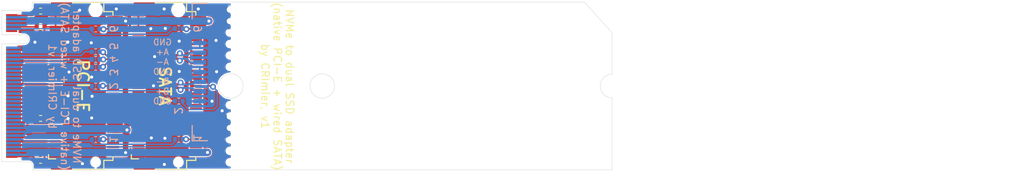
<source format=kicad_pcb>
(kicad_pcb (version 20171130) (host pcbnew 5.1.5+dfsg1-2build2)
  (layers (0 F.Cu signal) (31 B.Cu signal) (34 B.Paste user) (35 F.Paste user) (36 B.SilkS user) (37 F.SilkS user) (38 B.Mask user) (39 F.Mask user hide) (44 Edge.Cuts user))
  (net 0 "")
  (net 1 GND)
  (net 2 "Net-(R1-Pad1)")
  (net 3 "Net-(R2-Pad1)")
  (net 4 "Net-(R3-Pad1)")
  (net 5 "Net-(R4-Pad1)")
  (net 6 "Net-(R5-Pad2)")
  (net 7 DAS+DSS)
  (net 8 "Net-(R6-Pad2)")
  (net 9 DEVSLP)
  (net 10 "Net-(R7-Pad2)")
  (net 11 ~PERST)
  (net 12 "Net-(R8-Pad2)")
  (net 13 ~CLKREQ)
  (net 14 "Net-(R9-Pad2)")
  (net 15 ~PEWAKE)
  (net 16 "Net-(R10-Pad2)")
  (net 17 SUSCLK)
  (net 18 "Net-(R11-Pad2)")
  (net 19 "Net-(R12-Pad2)")
  (net 20 "Net-(R13-Pad2)")
  (net 21 +3V3)
  (net 22 "Net-(U1-Pad67)")
  (net 23 "Net-(U1-Pad58)")
  (net 24 "Net-(U1-Pad56)")
  (net 25 /REFCLK+)
  (net 26 /REFCLK-)
  (net 27 "Net-(U1-Pad48)")
  (net 28 "Net-(U1-Pad46)")
  (net 29 "Net-(U1-Pad44)")
  (net 30 "Net-(U1-Pad42)")
  (net 31 "Net-(U1-Pad40)")
  (net 32 "Net-(U1-Pad36)")
  (net 33 "Net-(U1-Pad34)")
  (net 34 "Net-(U1-Pad32)")
  (net 35 "Net-(U1-Pad30)")
  (net 36 "Net-(U1-Pad28)")
  (net 37 "Net-(U1-Pad26)")
  (net 38 "Net-(U1-Pad24)")
  (net 39 "Net-(U1-Pad22)")
  (net 40 "Net-(U1-Pad20)")
  (net 41 "Net-(U1-Pad8)")
  (net 42 "Net-(U1-Pad6)")
  (net 43 "Net-(U2-Pad67)")
  (net 44 "Net-(U2-Pad58)")
  (net 45 "Net-(U2-Pad56)")
  (net 46 "Net-(U2-Pad48)")
  (net 47 "Net-(U2-Pad46)")
  (net 48 "Net-(U2-Pad44)")
  (net 49 "Net-(U2-Pad42)")
  (net 50 "Net-(U2-Pad40)")
  (net 51 "Net-(U2-Pad36)")
  (net 52 "Net-(U2-Pad34)")
  (net 53 "Net-(U2-Pad32)")
  (net 54 "Net-(U2-Pad30)")
  (net 55 "Net-(U2-Pad28)")
  (net 56 "Net-(U2-Pad26)")
  (net 57 "Net-(U2-Pad24)")
  (net 58 "Net-(U2-Pad22)")
  (net 59 "Net-(U2-Pad20)")
  (net 60 "Net-(U2-Pad8)")
  (net 61 "Net-(U2-Pad6)")
  (net 62 "Net-(U3-Pad67)")
  (net 63 "Net-(U3-Pad66)")
  (net 64 "Net-(U3-Pad65)")
  (net 65 "Net-(U3-Pad64)")
  (net 66 "Net-(U3-Pad63)")
  (net 67 "Net-(U3-Pad62)")
  (net 68 "Net-(U3-Pad61)")
  (net 69 "Net-(U3-Pad60)")
  (net 70 "Net-(U3-Pad59)")
  (net 71 "Net-(U3-Pad58)")
  (net 72 "Net-(U3-Pad56)")
  (net 73 "Net-(U3-Pad55)")
  (net 74 "Net-(U3-Pad54)")
  (net 75 "Net-(U3-Pad53)")
  (net 76 "Net-(U3-Pad52)")
  (net 77 "Net-(U3-Pad50)")
  (net 78 "Net-(U3-Pad48)")
  (net 79 "Net-(U3-Pad46)")
  (net 80 "Net-(U3-Pad44)")
  (net 81 "Net-(U3-Pad42)")
  (net 82 "Net-(U3-Pad40)")
  (net 83 "Net-(U3-Pad37)")
  (net 84 "Net-(U3-Pad36)")
  (net 85 "Net-(U3-Pad35)")
  (net 86 "Net-(U3-Pad34)")
  (net 87 "Net-(U3-Pad32)")
  (net 88 "Net-(U3-Pad31)")
  (net 89 "Net-(U3-Pad30)")
  (net 90 "Net-(U3-Pad29)")
  (net 91 "Net-(U3-Pad28)")
  (net 92 "Net-(U3-Pad26)")
  (net 93 "Net-(U3-Pad25)")
  (net 94 "Net-(U3-Pad24)")
  (net 95 "Net-(U3-Pad23)")
  (net 96 "Net-(U3-Pad22)")
  (net 97 "Net-(U3-Pad20)")
  (net 98 "Net-(U3-Pad9)")
  (net 99 "Net-(U3-Pad8)")
  (net 100 "Net-(U3-Pad7)")
  (net 101 "Net-(U3-Pad6)")
  (net 102 /PET0+)
  (net 103 /PET0-)
  (net 104 /PER0+)
  (net 105 /PER0-)
  (net 106 /PET1+)
  (net 107 /PET1-)
  (net 108 /PER1+)
  (net 109 /PER1-)
  (net 110 /PET2+)
  (net 111 /PET2-)
  (net 112 /PER2+)
  (net 113 /PER2-)
  (net 114 /PET3+)
  (net 115 /PET3-)
  (net 116 /PER3+)
  (net 117 /PER3-)
  (net 118 /SATA_A+)
  (net 119 /SATA_A-)
  (net 120 /SATA_B-)
  (net 121 /SATA_B+)
  (module nvme_to_dual_ssd:hole (layer F.Cu) (at 127.5 96)
    (fp_text reference REF** hide)
    (fp_text value hole)
    (pad "" np_thru_hole circle (at 0 0) (size 0.8 0.8) (drill 0.8) (layers *.Cu *.Mask))
  )
  (module nvme_to_dual_ssd:hole (layer F.Cu) (at 127.5 97.5)
    (fp_text reference REF** hide)
    (fp_text value hole)
    (pad "" np_thru_hole circle (at 0 0) (size 0.8 0.8) (drill 0.8) (layers *.Cu *.Mask))
  )
  (module nvme_to_dual_ssd:hole (layer F.Cu) (at 127.5 94.5)
    (fp_text reference REF** hide)
    (fp_text value hole)
    (pad "" np_thru_hole circle (at 0 0) (size 0.8 0.8) (drill 0.8) (layers *.Cu *.Mask))
  )
  (module nvme_to_dual_ssd:hole (layer F.Cu) (at 127.5 104)
    (fp_text reference REF** hide)
    (fp_text value hole)
    (pad "" np_thru_hole circle (at 0 0) (size 0.8 0.8) (drill 0.8) (layers *.Cu *.Mask))
  )
  (module nvme_to_dual_ssd:hole (layer F.Cu) (at 127.5 110)
    (fp_text reference REF** hide)
    (fp_text value hole)
    (pad "" np_thru_hole circle (at 0 0) (size 0.8 0.8) (drill 0.8) (layers *.Cu *.Mask))
  )
  (module nvme_to_dual_ssd:hole (layer F.Cu) (at 127.5 93)
    (fp_text reference REF** hide)
    (fp_text value hole)
    (pad "" np_thru_hole circle (at 0 0) (size 0.8 0.8) (drill 0.8) (layers *.Cu *.Mask))
  )
  (module nvme_to_dual_ssd:hole (layer F.Cu) (at 127.5 91.5)
    (fp_text reference REF** hide)
    (fp_text value hole)
    (pad "" np_thru_hole circle (at 0 0) (size 0.8 0.8) (drill 0.8) (layers *.Cu *.Mask))
  )
  (module nvme_to_dual_ssd:hole (layer F.Cu) (at 127.5 90)
    (fp_text reference REF** hide)
    (fp_text value hole)
    (pad "" np_thru_hole circle (at 0 0) (size 0.8 0.8) (drill 0.8) (layers *.Cu *.Mask))
  )
  (module nvme_to_dual_ssd:hole (layer F.Cu) (at 127.5 102.5)
    (fp_text reference REF** hide)
    (fp_text value hole)
    (pad "" np_thru_hole circle (at 0 0) (size 0.8 0.8) (drill 0.8) (layers *.Cu *.Mask))
  )
  (module nvme_to_dual_ssd:hole (layer F.Cu) (at 127.5 107)
    (fp_text reference REF** hide)
    (fp_text value hole)
    (pad "" np_thru_hole circle (at 0 0) (size 0.8 0.8) (drill 0.8) (layers *.Cu *.Mask))
  )
  (module nvme_to_dual_ssd:hole (layer F.Cu) (at 127.5 108.5)
    (fp_text reference REF** hide)
    (fp_text value hole)
    (pad "" np_thru_hole circle (at 0 0) (size 0.8 0.8) (drill 0.8) (layers *.Cu *.Mask))
  )
  (module nvme_to_dual_ssd:hole (layer F.Cu) (at 127.5 105.5)
    (fp_text reference REF** hide)
    (fp_text value hole)
    (pad "" np_thru_hole circle (at 0 0) (size 0.8 0.8) (drill 0.8) (layers *.Cu *.Mask))
  )
  (module nvme_to_dual_ssd:hole (layer F.Cu) (at 139.75 108.5)
    (fp_text reference REF** hide)
    (fp_text value hole)
    (pad "" np_thru_hole circle (at 0 0) (size 0.8 0.8) (drill 0.8) (layers *.Cu *.Mask))
  )
  (module nvme_to_dual_ssd:hole (layer F.Cu) (at 139.75 110)
    (fp_text reference REF** hide)
    (fp_text value hole)
    (pad "" np_thru_hole circle (at 0 0) (size 0.8 0.8) (drill 0.8) (layers *.Cu *.Mask))
  )
  (module nvme_to_dual_ssd:hole (layer F.Cu) (at 139.75 107)
    (fp_text reference REF** hide)
    (fp_text value hole)
    (pad "" np_thru_hole circle (at 0 0) (size 0.8 0.8) (drill 0.8) (layers *.Cu *.Mask))
  )
  (module nvme_to_dual_ssd:hole (layer F.Cu) (at 139.75 105.5)
    (fp_text reference REF** hide)
    (fp_text value hole)
    (pad "" np_thru_hole circle (at 0 0) (size 0.8 0.8) (drill 0.8) (layers *.Cu *.Mask))
  )
  (module nvme_to_dual_ssd:hole (layer F.Cu) (at 139.75 104)
    (fp_text reference REF** hide)
    (fp_text value hole)
    (pad "" np_thru_hole circle (at 0 0) (size 0.8 0.8) (drill 0.8) (layers *.Cu *.Mask))
  )
  (module nvme_to_dual_ssd:hole (layer F.Cu) (at 139.75 102.5)
    (fp_text reference REF** hide)
    (fp_text value hole)
    (pad "" np_thru_hole circle (at 0 0) (size 0.8 0.8) (drill 0.8) (layers *.Cu *.Mask))
  )
  (module nvme_to_dual_ssd:hole (layer F.Cu) (at 139.75 91.5)
    (fp_text reference REF** hide)
    (fp_text value hole)
    (pad "" np_thru_hole circle (at 0 0) (size 0.8 0.8) (drill 0.8) (layers *.Cu *.Mask))
  )
  (module nvme_to_dual_ssd:hole (layer F.Cu) (at 139.75 96)
    (fp_text reference REF** hide)
    (fp_text value hole)
    (pad "" np_thru_hole circle (at 0 0) (size 0.8 0.8) (drill 0.8) (layers *.Cu *.Mask))
  )
  (module nvme_to_dual_ssd:hole (layer F.Cu) (at 139.75 93)
    (fp_text reference REF** hide)
    (fp_text value hole)
    (pad "" np_thru_hole circle (at 0 0) (size 0.8 0.8) (drill 0.8) (layers *.Cu *.Mask))
  )
  (module nvme_to_dual_ssd:hole (layer F.Cu) (at 139.75 94.5)
    (fp_text reference REF** hide)
    (fp_text value hole)
    (pad "" np_thru_hole circle (at 0 0) (size 0.8 0.8) (drill 0.8) (layers *.Cu *.Mask))
  )
  (module nvme_to_dual_ssd:hole (layer F.Cu) (at 139.75 97.5)
    (fp_text reference REF** hide)
    (fp_text value hole)
    (pad "" np_thru_hole circle (at 0 0) (size 0.8 0.8) (drill 0.8) (layers *.Cu *.Mask))
  )
  (module nvme_to_dual_ssd:hole (layer F.Cu) (at 139.75 90)
    (fp_text reference REF** hide)
    (fp_text value hole)
    (pad "" np_thru_hole circle (at 0 0) (size 0.8 0.8) (drill 0.8) (layers *.Cu *.Mask))
  )
  (module nvme_to_dual_ssd:SATA_SMD (layer B.Cu) (at 123.575 98.175 270)
    (fp_text reference J1 hide)
    (fp_text value SATA)
    (pad MP smd rect (at 7.1 -3 270) (size 3 2) (layers B.Cu B.Paste B.Mask) (net 1 GND))
    (pad MP smd rect (at -7.11 -3 270) (size 3 2) (layers B.Cu B.Paste B.Mask) (net 1 GND))
    (pad 1 smd rect (at 3.81 0 270) (size 0.6 1.7) (layers B.Cu B.Paste B.Mask) (net 1 GND))
    (pad 2 smd rect (at 2.54 0 270) (size 0.6 1.7) (layers B.Cu B.Paste B.Mask) (net 121 /SATA_B+))
    (pad 3 smd rect (at 1.27 0 270) (size 0.6 1.7) (layers B.Cu B.Paste B.Mask) (net 120 /SATA_B-))
    (pad 4 smd rect (at 0 0 270) (size 0.6 1.7) (layers B.Cu B.Paste B.Mask) (net 1 GND))
    (pad 5 smd rect (at -1.27 0 270) (size 0.6 1.7) (layers B.Cu B.Paste B.Mask) (net 119 /SATA_A-))
    (pad 6 smd rect (at -2.54 0 270) (size 0.6 1.7) (layers B.Cu B.Paste B.Mask) (net 118 /SATA_A+))
    (pad 7 smd rect (at -3.81 0 270) (size 0.6 1.7) (layers B.Cu B.Paste B.Mask) (net 1 GND))
  )
  (module nvme_to_dual_ssd:Conn_TE-M.2-0.5-67P-doublesided_TypeB (layer F.Cu) (at 120.7934 100 90)
    (fp_text reference U3)
    (fp_text value SATA)
    (pad MP smd rect (at 10.35 -4.5 90) (size 1.2 2.75) (layers F.Cu F.Paste F.Mask) (net 1 GND))
    (pad MP smd rect (at -10.35 -4.5 90) (size 1.2 2.75) (layers F.Cu F.Paste F.Mask) (net 1 GND))
    (pad "" np_thru_hole circle (at 10 -0.025 90) (size 1.6 1.6) (drill 1.6) (layers *.Cu))
    (pad "" np_thru_hole circle (at -10 -0.025 90) (size 1.1 1.1) (drill 1.1) (layers *.Cu))
    (pad 75 smd rect (at 9.25 -5.275 90) (size 0.3 1.55) (layers F.Cu F.Paste F.Mask) (net 1 GND))
    (pad 74 smd rect (at 9 2.275 90) (size 0.3 1.55) (layers F.Cu F.Paste F.Mask) (net 21 +3V3))
    (pad 73 smd rect (at 8.75 -5.275 90) (size 0.3 1.55) (layers F.Cu F.Paste F.Mask) (net 1 GND))
    (pad 72 smd rect (at 8.5 2.275 90) (size 0.3 1.55) (layers F.Cu F.Paste F.Mask) (net 21 +3V3))
    (pad 71 smd rect (at 8.25 -5.275 90) (size 0.3 1.55) (layers F.Cu F.Paste F.Mask) (net 1 GND))
    (pad 70 smd rect (at 8 2.275 90) (size 0.3 1.55) (layers F.Cu F.Paste F.Mask) (net 21 +3V3))
    (pad 69 smd rect (at 7.75 -5.275 90) (size 0.3 1.55) (layers F.Cu F.Paste F.Mask) (net 1 GND))
    (pad 68 smd rect (at 7.5 2.275 90) (size 0.3 1.55) (layers F.Cu F.Paste F.Mask) (net 20 "Net-(R13-Pad2)"))
    (pad 67 smd rect (at 7.25 -5.275 90) (size 0.3 1.55) (layers F.Cu F.Paste F.Mask) (net 62 "Net-(U3-Pad67)"))
    (pad 66 smd rect (at 7 2.275 90) (size 0.3 1.55) (layers F.Cu F.Paste F.Mask) (net 63 "Net-(U3-Pad66)"))
    (pad 65 smd rect (at 6.75 -5.275 90) (size 0.3 1.55) (layers F.Cu F.Paste F.Mask) (net 64 "Net-(U3-Pad65)"))
    (pad 64 smd rect (at 6.5 2.275 90) (size 0.3 1.55) (layers F.Cu F.Paste F.Mask) (net 65 "Net-(U3-Pad64)"))
    (pad 63 smd rect (at 6.25 -5.275 90) (size 0.3 1.55) (layers F.Cu F.Paste F.Mask) (net 66 "Net-(U3-Pad63)"))
    (pad 62 smd rect (at 6 2.275 90) (size 0.3 1.55) (layers F.Cu F.Paste F.Mask) (net 67 "Net-(U3-Pad62)"))
    (pad 61 smd rect (at 5.75 -5.275 90) (size 0.3 1.55) (layers F.Cu F.Paste F.Mask) (net 68 "Net-(U3-Pad61)"))
    (pad 60 smd rect (at 5.5 2.275 90) (size 0.3 1.55) (layers F.Cu F.Paste F.Mask) (net 69 "Net-(U3-Pad60)"))
    (pad 59 smd rect (at 5.25 -5.275 90) (size 0.3 1.55) (layers F.Cu F.Paste F.Mask) (net 70 "Net-(U3-Pad59)"))
    (pad 58 smd rect (at 5 2.275 90) (size 0.3 1.55) (layers F.Cu F.Paste F.Mask) (net 71 "Net-(U3-Pad58)"))
    (pad 57 smd rect (at 4.75 -5.275 90) (size 0.3 1.55) (layers F.Cu F.Paste F.Mask) (net 1 GND))
    (pad 56 smd rect (at 4.5 2.275 90) (size 0.3 1.55) (layers F.Cu F.Paste F.Mask) (net 72 "Net-(U3-Pad56)"))
    (pad 55 smd rect (at 4.25 -5.275 90) (size 0.3 1.55) (layers F.Cu F.Paste F.Mask) (net 73 "Net-(U3-Pad55)"))
    (pad 54 smd rect (at 4 2.275 90) (size 0.3 1.55) (layers F.Cu F.Paste F.Mask) (net 74 "Net-(U3-Pad54)"))
    (pad 53 smd rect (at 3.75 -5.275 90) (size 0.3 1.55) (layers F.Cu F.Paste F.Mask) (net 75 "Net-(U3-Pad53)"))
    (pad 52 smd rect (at 3.5 2.275 90) (size 0.3 1.55) (layers F.Cu F.Paste F.Mask) (net 76 "Net-(U3-Pad52)"))
    (pad 51 smd rect (at 3.25 -5.275 90) (size 0.3 1.55) (layers F.Cu F.Paste F.Mask) (net 1 GND))
    (pad 50 smd rect (at 3 2.275 90) (size 0.3 1.55) (layers F.Cu F.Paste F.Mask) (net 77 "Net-(U3-Pad50)"))
    (pad 49 smd rect (at 2.75 -5.275 90) (size 0.3 1.55) (layers F.Cu F.Paste F.Mask) (net 118 /SATA_A+))
    (pad 48 smd rect (at 2.5 2.275 90) (size 0.3 1.55) (layers F.Cu F.Paste F.Mask) (net 78 "Net-(U3-Pad48)"))
    (pad 47 smd rect (at 2.25 -5.275 90) (size 0.3 1.55) (layers F.Cu F.Paste F.Mask) (net 119 /SATA_A-))
    (pad 46 smd rect (at 2 2.275 90) (size 0.3 1.55) (layers F.Cu F.Paste F.Mask) (net 79 "Net-(U3-Pad46)"))
    (pad 45 smd rect (at 1.75 -5.275 90) (size 0.3 1.55) (layers F.Cu F.Paste F.Mask) (net 1 GND))
    (pad 44 smd rect (at 1.5 2.275 90) (size 0.3 1.55) (layers F.Cu F.Paste F.Mask) (net 80 "Net-(U3-Pad44)"))
    (pad 43 smd rect (at 1.25 -5.275 90) (size 0.3 1.55) (layers F.Cu F.Paste F.Mask) (net 120 /SATA_B-))
    (pad 42 smd rect (at 1 2.275 90) (size 0.3 1.55) (layers F.Cu F.Paste F.Mask) (net 81 "Net-(U3-Pad42)"))
    (pad 41 smd rect (at 0.75 -5.275 90) (size 0.3 1.55) (layers F.Cu F.Paste F.Mask) (net 121 /SATA_B+))
    (pad 40 smd rect (at 0.5 2.275 90) (size 0.3 1.55) (layers F.Cu F.Paste F.Mask) (net 82 "Net-(U3-Pad40)"))
    (pad 39 smd rect (at 0.25 -5.275 90) (size 0.3 1.55) (layers F.Cu F.Paste F.Mask) (net 1 GND))
    (pad 38 smd rect (at 0 2.275 90) (size 0.3 1.55) (layers F.Cu F.Paste F.Mask) (net 19 "Net-(R12-Pad2)"))
    (pad 37 smd rect (at -0.25 -5.275 90) (size 0.3 1.55) (layers F.Cu F.Paste F.Mask) (net 83 "Net-(U3-Pad37)"))
    (pad 36 smd rect (at -0.5 2.275 90) (size 0.3 1.55) (layers F.Cu F.Paste F.Mask) (net 84 "Net-(U3-Pad36)"))
    (pad 35 smd rect (at -0.75 -5.275 90) (size 0.3 1.55) (layers F.Cu F.Paste F.Mask) (net 85 "Net-(U3-Pad35)"))
    (pad 34 smd rect (at -1 2.275 90) (size 0.3 1.55) (layers F.Cu F.Paste F.Mask) (net 86 "Net-(U3-Pad34)"))
    (pad 33 smd rect (at -1.25 -5.275 90) (size 0.3 1.55) (layers F.Cu F.Paste F.Mask) (net 1 GND))
    (pad 32 smd rect (at -1.5 2.275 90) (size 0.3 1.55) (layers F.Cu F.Paste F.Mask) (net 87 "Net-(U3-Pad32)"))
    (pad 31 smd rect (at -1.75 -5.275 90) (size 0.3 1.55) (layers F.Cu F.Paste F.Mask) (net 88 "Net-(U3-Pad31)"))
    (pad 30 smd rect (at -2 2.275 90) (size 0.3 1.55) (layers F.Cu F.Paste F.Mask) (net 89 "Net-(U3-Pad30)"))
    (pad 29 smd rect (at -2.25 -5.275 90) (size 0.3 1.55) (layers F.Cu F.Paste F.Mask) (net 90 "Net-(U3-Pad29)"))
    (pad 28 smd rect (at -2.5 2.275 90) (size 0.3 1.55) (layers F.Cu F.Paste F.Mask) (net 91 "Net-(U3-Pad28)"))
    (pad 27 smd rect (at -2.75 -5.275 90) (size 0.3 1.55) (layers F.Cu F.Paste F.Mask) (net 1 GND))
    (pad 26 smd rect (at -3 2.275 90) (size 0.3 1.55) (layers F.Cu F.Paste F.Mask) (net 92 "Net-(U3-Pad26)"))
    (pad 25 smd rect (at -3.25 -5.275 90) (size 0.3 1.55) (layers F.Cu F.Paste F.Mask) (net 93 "Net-(U3-Pad25)"))
    (pad 24 smd rect (at -3.5 2.275 90) (size 0.3 1.55) (layers F.Cu F.Paste F.Mask) (net 94 "Net-(U3-Pad24)"))
    (pad 23 smd rect (at -3.75 -5.275 90) (size 0.3 1.55) (layers F.Cu F.Paste F.Mask) (net 95 "Net-(U3-Pad23)"))
    (pad 22 smd rect (at -4 2.275 90) (size 0.3 1.55) (layers F.Cu F.Paste F.Mask) (net 96 "Net-(U3-Pad22)"))
    (pad 21 smd rect (at -4.25 -5.275 90) (size 0.3 1.55) (layers F.Cu F.Paste F.Mask) (net 1 GND))
    (pad 20 smd rect (at -4.5 2.275 90) (size 0.3 1.55) (layers F.Cu F.Paste F.Mask) (net 97 "Net-(U3-Pad20)"))
    (pad 11 smd rect (at -6.75 -5.275 90) (size 0.3 1.55) (layers F.Cu F.Paste F.Mask) (net 1 GND))
    (pad 10 smd rect (at -7 2.275 90) (size 0.3 1.55) (layers F.Cu F.Paste F.Mask) (net 18 "Net-(R11-Pad2)"))
    (pad 9 smd rect (at -7.25 -5.275 90) (size 0.3 1.55) (layers F.Cu F.Paste F.Mask) (net 98 "Net-(U3-Pad9)"))
    (pad 8 smd rect (at -7.5 2.275 90) (size 0.3 1.55) (layers F.Cu F.Paste F.Mask) (net 99 "Net-(U3-Pad8)"))
    (pad 7 smd rect (at -7.75 -5.275 90) (size 0.3 1.55) (layers F.Cu F.Paste F.Mask) (net 100 "Net-(U3-Pad7)"))
    (pad 6 smd rect (at -8 2.275 90) (size 0.3 1.55) (layers F.Cu F.Paste F.Mask) (net 101 "Net-(U3-Pad6)"))
    (pad 5 smd rect (at -8.25 -5.275 90) (size 0.3 1.55) (layers F.Cu F.Paste F.Mask) (net 1 GND))
    (pad 4 smd rect (at -8.5 2.275 90) (size 0.3 1.55) (layers F.Cu F.Paste F.Mask) (net 21 +3V3))
    (pad 3 smd rect (at -8.75 -5.275 90) (size 0.3 1.55) (layers F.Cu F.Paste F.Mask) (net 1 GND))
    (pad 2 smd rect (at -9 2.275 90) (size 0.3 1.55) (layers F.Cu F.Paste F.Mask) (net 21 +3V3))
    (pad 1 smd rect (at -9.25 -5.275 90) (size 0.3 1.55) (layers F.Cu F.Paste F.Mask) (net 1 GND))
  )
  (module nvme_to_dual_ssd:Conn_TE-M.2-0.5-67P-doublesided_TypeM (layer F.Cu) (at 109.9388 100 90)
    (fp_text reference U2)
    (fp_text value PCIE)
    (pad MP smd rect (at 10.35 -4.5 90) (size 1.2 2.75) (layers F.Cu F.Paste F.Mask) (net 1 GND))
    (pad MP smd rect (at -10.35 -4.5 90) (size 1.2 2.75) (layers F.Cu F.Paste F.Mask) (net 1 GND))
    (pad "" np_thru_hole circle (at 10 -0.025 90) (size 1.6 1.6) (drill 1.6) (layers *.Cu))
    (pad "" np_thru_hole circle (at -10 -0.025 90) (size 1.1 1.1) (drill 1.1) (layers *.Cu))
    (pad 75 smd rect (at 9.25 -5.275 90) (size 0.3 1.55) (layers F.Cu F.Paste F.Mask) (net 1 GND))
    (pad 74 smd rect (at 9 2.275 90) (size 0.3 1.55) (layers F.Cu F.Paste F.Mask) (net 21 +3V3))
    (pad 73 smd rect (at 8.75 -5.275 90) (size 0.3 1.55) (layers F.Cu F.Paste F.Mask) (net 1 GND))
    (pad 72 smd rect (at 8.5 2.275 90) (size 0.3 1.55) (layers F.Cu F.Paste F.Mask) (net 21 +3V3))
    (pad 71 smd rect (at 8.25 -5.275 90) (size 0.3 1.55) (layers F.Cu F.Paste F.Mask) (net 1 GND))
    (pad 70 smd rect (at 8 2.275 90) (size 0.3 1.55) (layers F.Cu F.Paste F.Mask) (net 21 +3V3))
    (pad 69 smd rect (at 7.75 -5.275 90) (size 0.3 1.55) (layers F.Cu F.Paste F.Mask) (net 1 GND))
    (pad 68 smd rect (at 7.5 2.275 90) (size 0.3 1.55) (layers F.Cu F.Paste F.Mask) (net 16 "Net-(R10-Pad2)"))
    (pad 67 smd rect (at 7.25 -5.275 90) (size 0.3 1.55) (layers F.Cu F.Paste F.Mask) (net 43 "Net-(U2-Pad67)"))
    (pad 58 smd rect (at 5 2.275 90) (size 0.3 1.55) (layers F.Cu F.Paste F.Mask) (net 44 "Net-(U2-Pad58)"))
    (pad 57 smd rect (at 4.75 -5.275 90) (size 0.3 1.55) (layers F.Cu F.Paste F.Mask) (net 1 GND))
    (pad 56 smd rect (at 4.5 2.275 90) (size 0.3 1.55) (layers F.Cu F.Paste F.Mask) (net 45 "Net-(U2-Pad56)"))
    (pad 55 smd rect (at 4.25 -5.275 90) (size 0.3 1.55) (layers F.Cu F.Paste F.Mask) (net 25 /REFCLK+))
    (pad 54 smd rect (at 4 2.275 90) (size 0.3 1.55) (layers F.Cu F.Paste F.Mask) (net 14 "Net-(R9-Pad2)"))
    (pad 53 smd rect (at 3.75 -5.275 90) (size 0.3 1.55) (layers F.Cu F.Paste F.Mask) (net 26 /REFCLK-))
    (pad 52 smd rect (at 3.5 2.275 90) (size 0.3 1.55) (layers F.Cu F.Paste F.Mask) (net 12 "Net-(R8-Pad2)"))
    (pad 51 smd rect (at 3.25 -5.275 90) (size 0.3 1.55) (layers F.Cu F.Paste F.Mask) (net 1 GND))
    (pad 50 smd rect (at 3 2.275 90) (size 0.3 1.55) (layers F.Cu F.Paste F.Mask) (net 10 "Net-(R7-Pad2)"))
    (pad 49 smd rect (at 2.75 -5.275 90) (size 0.3 1.55) (layers F.Cu F.Paste F.Mask) (net 102 /PET0+))
    (pad 48 smd rect (at 2.5 2.275 90) (size 0.3 1.55) (layers F.Cu F.Paste F.Mask) (net 46 "Net-(U2-Pad48)"))
    (pad 47 smd rect (at 2.25 -5.275 90) (size 0.3 1.55) (layers F.Cu F.Paste F.Mask) (net 103 /PET0-))
    (pad 46 smd rect (at 2 2.275 90) (size 0.3 1.55) (layers F.Cu F.Paste F.Mask) (net 47 "Net-(U2-Pad46)"))
    (pad 45 smd rect (at 1.75 -5.275 90) (size 0.3 1.55) (layers F.Cu F.Paste F.Mask) (net 1 GND))
    (pad 44 smd rect (at 1.5 2.275 90) (size 0.3 1.55) (layers F.Cu F.Paste F.Mask) (net 48 "Net-(U2-Pad44)"))
    (pad 43 smd rect (at 1.25 -5.275 90) (size 0.3 1.55) (layers F.Cu F.Paste F.Mask) (net 104 /PER0+))
    (pad 42 smd rect (at 1 2.275 90) (size 0.3 1.55) (layers F.Cu F.Paste F.Mask) (net 49 "Net-(U2-Pad42)"))
    (pad 41 smd rect (at 0.75 -5.275 90) (size 0.3 1.55) (layers F.Cu F.Paste F.Mask) (net 105 /PER0-))
    (pad 40 smd rect (at 0.5 2.275 90) (size 0.3 1.55) (layers F.Cu F.Paste F.Mask) (net 50 "Net-(U2-Pad40)"))
    (pad 39 smd rect (at 0.25 -5.275 90) (size 0.3 1.55) (layers F.Cu F.Paste F.Mask) (net 1 GND))
    (pad 38 smd rect (at 0 2.275 90) (size 0.3 1.55) (layers F.Cu F.Paste F.Mask) (net 8 "Net-(R6-Pad2)"))
    (pad 37 smd rect (at -0.25 -5.275 90) (size 0.3 1.55) (layers F.Cu F.Paste F.Mask) (net 106 /PET1+))
    (pad 36 smd rect (at -0.5 2.275 90) (size 0.3 1.55) (layers F.Cu F.Paste F.Mask) (net 51 "Net-(U2-Pad36)"))
    (pad 35 smd rect (at -0.75 -5.275 90) (size 0.3 1.55) (layers F.Cu F.Paste F.Mask) (net 107 /PET1-))
    (pad 34 smd rect (at -1 2.275 90) (size 0.3 1.55) (layers F.Cu F.Paste F.Mask) (net 52 "Net-(U2-Pad34)"))
    (pad 33 smd rect (at -1.25 -5.275 90) (size 0.3 1.55) (layers F.Cu F.Paste F.Mask) (net 1 GND))
    (pad 32 smd rect (at -1.5 2.275 90) (size 0.3 1.55) (layers F.Cu F.Paste F.Mask) (net 53 "Net-(U2-Pad32)"))
    (pad 31 smd rect (at -1.75 -5.275 90) (size 0.3 1.55) (layers F.Cu F.Paste F.Mask) (net 108 /PER1+))
    (pad 30 smd rect (at -2 2.275 90) (size 0.3 1.55) (layers F.Cu F.Paste F.Mask) (net 54 "Net-(U2-Pad30)"))
    (pad 29 smd rect (at -2.25 -5.275 90) (size 0.3 1.55) (layers F.Cu F.Paste F.Mask) (net 109 /PER1-))
    (pad 28 smd rect (at -2.5 2.275 90) (size 0.3 1.55) (layers F.Cu F.Paste F.Mask) (net 55 "Net-(U2-Pad28)"))
    (pad 27 smd rect (at -2.75 -5.275 90) (size 0.3 1.55) (layers F.Cu F.Paste F.Mask) (net 1 GND))
    (pad 26 smd rect (at -3 2.275 90) (size 0.3 1.55) (layers F.Cu F.Paste F.Mask) (net 56 "Net-(U2-Pad26)"))
    (pad 25 smd rect (at -3.25 -5.275 90) (size 0.3 1.55) (layers F.Cu F.Paste F.Mask) (net 110 /PET2+))
    (pad 24 smd rect (at -3.5 2.275 90) (size 0.3 1.55) (layers F.Cu F.Paste F.Mask) (net 57 "Net-(U2-Pad24)"))
    (pad 23 smd rect (at -3.75 -5.275 90) (size 0.3 1.55) (layers F.Cu F.Paste F.Mask) (net 111 /PET2-))
    (pad 22 smd rect (at -4 2.275 90) (size 0.3 1.55) (layers F.Cu F.Paste F.Mask) (net 58 "Net-(U2-Pad22)"))
    (pad 21 smd rect (at -4.25 -5.275 90) (size 0.3 1.55) (layers F.Cu F.Paste F.Mask) (net 1 GND))
    (pad 20 smd rect (at -4.5 2.275 90) (size 0.3 1.55) (layers F.Cu F.Paste F.Mask) (net 59 "Net-(U2-Pad20)"))
    (pad 11 smd rect (at -6.75 -5.275 90) (size 0.3 1.55) (layers F.Cu F.Paste F.Mask) (net 115 /PET3-))
    (pad 10 smd rect (at -7 2.275 90) (size 0.3 1.55) (layers F.Cu F.Paste F.Mask) (net 6 "Net-(R5-Pad2)"))
    (pad 9 smd rect (at -7.25 -5.275 90) (size 0.3 1.55) (layers F.Cu F.Paste F.Mask) (net 1 GND))
    (pad 8 smd rect (at -7.5 2.275 90) (size 0.3 1.55) (layers F.Cu F.Paste F.Mask) (net 60 "Net-(U2-Pad8)"))
    (pad 7 smd rect (at -7.75 -5.275 90) (size 0.3 1.55) (layers F.Cu F.Paste F.Mask) (net 116 /PER3+))
    (pad 6 smd rect (at -8 2.275 90) (size 0.3 1.55) (layers F.Cu F.Paste F.Mask) (net 61 "Net-(U2-Pad6)"))
    (pad 5 smd rect (at -8.25 -5.275 90) (size 0.3 1.55) (layers F.Cu F.Paste F.Mask) (net 117 /PER3-))
    (pad 4 smd rect (at -8.5 2.275 90) (size 0.3 1.55) (layers F.Cu F.Paste F.Mask) (net 21 +3V3))
    (pad 3 smd rect (at -8.75 -5.275 90) (size 0.3 1.55) (layers F.Cu F.Paste F.Mask) (net 1 GND))
    (pad 2 smd rect (at -9 2.275 90) (size 0.3 1.55) (layers F.Cu F.Paste F.Mask) (net 21 +3V3))
    (pad 1 smd rect (at -9.25 -5.275 90) (size 0.3 1.55) (layers F.Cu F.Paste F.Mask) (net 1 GND))
    (pad 12 smd rect (at -6.5 2.275 90) (size 0.3 1.55) (layers F.Cu F.Paste F.Mask) (net 21 +3V3))
    (pad 14 smd rect (at -6 2.275 90) (size 0.3 1.55) (layers F.Cu F.Paste F.Mask) (net 21 +3V3))
    (pad 16 smd rect (at -5.5 2.275 90) (size 0.3 1.55) (layers F.Cu F.Paste F.Mask) (net 21 +3V3))
    (pad 18 smd rect (at -5 2.275 90) (size 0.3 1.55) (layers F.Cu F.Paste F.Mask) (net 21 +3V3))
    (pad 13 smd rect (at -6.25 -5.275 90) (size 0.3 1.55) (layers F.Cu F.Paste F.Mask) (net 114 /PET3+))
    (pad 15 smd rect (at -5.75 -5.275 90) (size 0.3 1.55) (layers F.Cu F.Paste F.Mask) (net 1 GND))
    (pad 17 smd rect (at -5.25 -5.275 90) (size 0.3 1.55) (layers F.Cu F.Paste F.Mask) (net 113 /PER2-))
    (pad 19 smd rect (at -4.75 -5.275 90) (size 0.3 1.55) (layers F.Cu F.Paste F.Mask) (net 112 /PER2+))
  )
  (module nvme_to_dual_ssd:NGFF_M (layer F.Cu) (at 97.625 100 270)
    (fp_text reference U1 hide)
    (fp_text value IN)
    (fp_line (start 10.425 -4) (end 11 -4) (layer Edge.Cuts) (width 0.05))
    (fp_arc (start 10.425 -3.5) (end 9.925 -3.5) (angle 90) (layer Edge.Cuts) (width 0.05))
    (fp_line (start 9.925 0) (end 9.925 -3.5) (layer Edge.Cuts) (width 0.05))
    (fp_line (start 0 0) (end 9.925 0) (layer Edge.Cuts) (width 0.05))
    (fp_line (start -5.525 0) (end 0 0) (layer Edge.Cuts) (width 0.05))
    (fp_line (start -5.525 -2.9) (end -5.525 0) (layer Edge.Cuts) (width 0.05))
    (fp_arc (start -6.125 -2.9) (end -6.725 -2.9) (angle 180) (layer Edge.Cuts) (width 0.05))
    (fp_line (start -6.725 0) (end -6.725 -2.9) (layer Edge.Cuts) (width 0.05))
    (fp_line (start -9.925 0) (end -6.725 0) (layer Edge.Cuts) (width 0.05))
    (fp_line (start -9.925 -3.5) (end -9.925 0) (layer Edge.Cuts) (width 0.05))
    (fp_arc (start -10.425 -3.5) (end -10.425 -4) (angle 90) (layer Edge.Cuts) (width 0.05))
    (fp_line (start -11 -4) (end -10.425 -4) (layer Edge.Cuts) (width 0.05))
    (pad 75 smd rect (at -9.25 -1.275 270) (size 0.35 1.45) (layers F.Cu) (net 5 "Net-(R4-Pad1)"))
    (pad 74 smd rect (at -9 -1.525 270) (size 0.35 1.95) (layers B.Cu) (net 21 +3V3))
    (pad 73 smd rect (at -8.75 -1.275 270) (size 0.35 1.45) (layers F.Cu) (net 1 GND))
    (pad 72 smd rect (at -8.5 -1.525 270) (size 0.35 1.95) (layers B.Cu) (net 21 +3V3))
    (pad 71 smd rect (at -8.25 -1.275 270) (size 0.35 1.45) (layers F.Cu) (net 1 GND))
    (pad 70 smd rect (at -8 -1.525 270) (size 0.35 1.95) (layers B.Cu) (net 21 +3V3))
    (pad 69 smd rect (at -7.75 -1.275 270) (size 0.35 1.45) (layers F.Cu) (net 4 "Net-(R3-Pad1)"))
    (pad 68 smd rect (at -7.5 -1.525 270) (size 0.35 1.95) (layers B.Cu) (net 17 SUSCLK))
    (pad 67 smd rect (at -7.25 -1.275 270) (size 0.35 1.45) (layers F.Cu) (net 22 "Net-(U1-Pad67)"))
    (pad 58 smd rect (at -5 -1.525 270) (size 0.35 1.95) (layers B.Cu) (net 23 "Net-(U1-Pad58)"))
    (pad 57 smd rect (at -4.75 -1.275 270) (size 0.35 1.45) (layers F.Cu) (net 1 GND))
    (pad 56 smd rect (at -4.5 -1.525 270) (size 0.35 1.95) (layers B.Cu) (net 24 "Net-(U1-Pad56)"))
    (pad 55 smd rect (at -4.25 -1.275 270) (size 0.35 1.45) (layers F.Cu) (net 25 /REFCLK+))
    (pad 54 smd rect (at -4 -1.525 270) (size 0.35 1.95) (layers B.Cu) (net 15 ~PEWAKE))
    (pad 53 smd rect (at -3.75 -1.275 270) (size 0.35 1.45) (layers F.Cu) (net 26 /REFCLK-))
    (pad 52 smd rect (at -3.5 -1.525 270) (size 0.35 1.95) (layers B.Cu) (net 13 ~CLKREQ))
    (pad 51 smd rect (at -3.25 -1.275 270) (size 0.35 1.45) (layers F.Cu) (net 1 GND))
    (pad 50 smd rect (at -3 -1.525 270) (size 0.35 1.95) (layers B.Cu) (net 11 ~PERST))
    (pad 49 smd rect (at -2.75 -1.275 270) (size 0.35 1.45) (layers F.Cu) (net 102 /PET0+))
    (pad 48 smd rect (at -2.5 -1.525 270) (size 0.35 1.95) (layers B.Cu) (net 27 "Net-(U1-Pad48)"))
    (pad 47 smd rect (at -2.25 -1.275 270) (size 0.35 1.45) (layers F.Cu) (net 103 /PET0-))
    (pad 46 smd rect (at -2 -1.525 270) (size 0.35 1.95) (layers B.Cu) (net 28 "Net-(U1-Pad46)"))
    (pad 45 smd rect (at -1.75 -1.275 270) (size 0.35 1.45) (layers F.Cu) (net 1 GND))
    (pad 44 smd rect (at -1.5 -1.525 270) (size 0.35 1.95) (layers B.Cu) (net 29 "Net-(U1-Pad44)"))
    (pad 43 smd rect (at -1.25 -1.275 270) (size 0.35 1.45) (layers F.Cu) (net 104 /PER0+))
    (pad 42 smd rect (at -1 -1.525 270) (size 0.35 1.95) (layers B.Cu) (net 30 "Net-(U1-Pad42)"))
    (pad 41 smd rect (at -0.75 -1.275 270) (size 0.35 1.45) (layers F.Cu) (net 105 /PER0-))
    (pad 40 smd rect (at -0.5 -1.525 270) (size 0.35 1.95) (layers B.Cu) (net 31 "Net-(U1-Pad40)"))
    (pad 39 smd rect (at -0.25 -1.275 270) (size 0.35 1.45) (layers F.Cu) (net 1 GND))
    (pad 38 smd rect (at 0 -1.525 270) (size 0.35 1.95) (layers B.Cu) (net 9 DEVSLP))
    (pad 37 smd rect (at 0.25 -1.275 270) (size 0.35 1.45) (layers F.Cu) (net 106 /PET1+))
    (pad 36 smd rect (at 0.5 -1.525 270) (size 0.35 1.95) (layers B.Cu) (net 32 "Net-(U1-Pad36)"))
    (pad 35 smd rect (at 0.75 -1.275 270) (size 0.35 1.45) (layers F.Cu) (net 107 /PET1-))
    (pad 34 smd rect (at 1 -1.525 270) (size 0.35 1.95) (layers B.Cu) (net 33 "Net-(U1-Pad34)"))
    (pad 33 smd rect (at 1.25 -1.275 270) (size 0.35 1.45) (layers F.Cu) (net 1 GND))
    (pad 32 smd rect (at 1.5 -1.525 270) (size 0.35 1.95) (layers B.Cu) (net 34 "Net-(U1-Pad32)"))
    (pad 31 smd rect (at 1.75 -1.275 270) (size 0.35 1.45) (layers F.Cu) (net 108 /PER1+))
    (pad 30 smd rect (at 2 -1.525 270) (size 0.35 1.95) (layers B.Cu) (net 35 "Net-(U1-Pad30)"))
    (pad 29 smd rect (at 2.25 -1.275 270) (size 0.35 1.45) (layers F.Cu) (net 109 /PER1-))
    (pad 28 smd rect (at 2.5 -1.525 270) (size 0.35 1.95) (layers B.Cu) (net 36 "Net-(U1-Pad28)"))
    (pad 27 smd rect (at 2.75 -1.275 270) (size 0.35 1.45) (layers F.Cu) (net 1 GND))
    (pad 26 smd rect (at 3 -1.525 270) (size 0.35 1.95) (layers B.Cu) (net 37 "Net-(U1-Pad26)"))
    (pad 25 smd rect (at 3.25 -1.275 270) (size 0.35 1.45) (layers F.Cu) (net 110 /PET2+))
    (pad 24 smd rect (at 3.5 -1.525 270) (size 0.35 1.95) (layers B.Cu) (net 38 "Net-(U1-Pad24)"))
    (pad 23 smd rect (at 3.75 -1.275 270) (size 0.35 1.45) (layers F.Cu) (net 111 /PET2-))
    (pad 22 smd rect (at 4 -1.525 270) (size 0.35 1.95) (layers B.Cu) (net 39 "Net-(U1-Pad22)"))
    (pad 21 smd rect (at 4.25 -1.275 270) (size 0.35 1.45) (layers F.Cu) (net 3 "Net-(R2-Pad1)"))
    (pad 20 smd rect (at 4.5 -1.525 270) (size 0.35 1.95) (layers B.Cu) (net 40 "Net-(U1-Pad20)"))
    (pad 19 smd rect (at 4.75 -1.275 270) (size 0.35 1.45) (layers F.Cu) (net 112 /PER2+))
    (pad 18 smd rect (at 5 -1.525 270) (size 0.35 1.95) (layers B.Cu) (net 21 +3V3))
    (pad 17 smd rect (at 5.25 -1.275 270) (size 0.35 1.45) (layers F.Cu) (net 113 /PER2-))
    (pad 16 smd rect (at 5.5 -1.525 270) (size 0.35 1.95) (layers B.Cu) (net 21 +3V3))
    (pad 15 smd rect (at 5.75 -1.275 270) (size 0.35 1.45) (layers F.Cu) (net 1 GND))
    (pad 14 smd rect (at 6 -1.525 270) (size 0.35 1.95) (layers B.Cu) (net 21 +3V3))
    (pad 13 smd rect (at 6.25 -1.275 270) (size 0.35 1.45) (layers F.Cu) (net 114 /PET3+))
    (pad 12 smd rect (at 6.5 -1.525 270) (size 0.35 1.95) (layers B.Cu) (net 21 +3V3))
    (pad 11 smd rect (at 6.75 -1.275 270) (size 0.35 1.45) (layers F.Cu) (net 115 /PET3-))
    (pad 10 smd rect (at 7 -1.525 270) (size 0.35 1.95) (layers B.Cu) (net 7 DAS+DSS))
    (pad 9 smd rect (at 7.25 -1.275 270) (size 0.35 1.45) (layers F.Cu) (net 1 GND))
    (pad 8 smd rect (at 7.5 -1.525 270) (size 0.35 1.95) (layers B.Cu) (net 41 "Net-(U1-Pad8)"))
    (pad 7 smd rect (at 7.75 -1.275 270) (size 0.35 1.45) (layers F.Cu) (net 116 /PER3+))
    (pad 6 smd rect (at 8 -1.525 270) (size 0.35 1.95) (layers B.Cu) (net 42 "Net-(U1-Pad6)"))
    (pad 5 smd rect (at 8.25 -1.275 270) (size 0.35 1.45) (layers F.Cu) (net 117 /PER3-))
    (pad 4 smd rect (at 8.5 -1.525 270) (size 0.35 1.95) (layers B.Cu) (net 21 +3V3))
    (pad 3 smd rect (at 8.75 -1.275 270) (size 0.35 1.45) (layers F.Cu) (net 1 GND))
    (pad 2 smd rect (at 9 -1.525 270) (size 0.35 1.95) (layers B.Cu) (net 21 +3V3))
    (pad 1 smd rect (at 9.25 -1.275 270) (size 0.35 1.45) (layers F.Cu) (net 2 "Net-(R1-Pad1)"))
  )
  (module Resistor_SMD:R_0402_1005Metric (layer B.Cu) (at 120.8184 92.475)
    (fp_text reference R13 hide)
    (fp_text value 0R)
    (pad 2 smd roundrect (at 0.51 0) (size 0.54 0.64) (layers B.Cu B.Paste B.Mask) (net 20 "Net-(R13-Pad2)"))
    (pad 1 smd roundrect (at -0.51 0) (size 0.54 0.64) (layers B.Cu B.Paste B.Mask) (net 17 SUSCLK))
  )
  (module Resistor_SMD:R_0402_1005Metric (layer B.Cu) (at 120.8184 101.975)
    (fp_text reference R12 hide)
    (fp_text value 0R)
    (pad 2 smd roundrect (at 0.51 0) (size 0.54 0.64) (layers B.Cu B.Paste B.Mask) (net 19 "Net-(R12-Pad2)"))
    (pad 1 smd roundrect (at -0.51 0) (size 0.54 0.64) (layers B.Cu B.Paste B.Mask) (net 9 DEVSLP))
  )
  (module Resistor_SMD:R_0402_1005Metric (layer B.Cu) (at 120.8184 106.9848)
    (fp_text reference R11 hide)
    (fp_text value 0R)
    (pad 2 smd roundrect (at 0.51 0) (size 0.54 0.64) (layers B.Cu B.Paste B.Mask) (net 18 "Net-(R11-Pad2)"))
    (pad 1 smd roundrect (at -0.51 0) (size 0.54 0.64) (layers B.Cu B.Paste B.Mask) (net 7 DAS+DSS))
  )
  (module Resistor_SMD:R_0402_1005Metric (layer B.Cu) (at 109.9138 92.525)
    (fp_text reference R10 hide)
    (fp_text value 0R)
    (pad 2 smd roundrect (at 0.51 0) (size 0.54 0.64) (layers B.Cu B.Paste B.Mask) (net 16 "Net-(R10-Pad2)"))
    (pad 1 smd roundrect (at -0.51 0) (size 0.54 0.64) (layers B.Cu B.Paste B.Mask) (net 17 SUSCLK))
  )
  (module Resistor_SMD:R_0402_1005Metric (layer B.Cu) (at 109.9138 95.504)
    (fp_text reference R9 hide)
    (fp_text value 0R)
    (pad 2 smd roundrect (at 0.51 0) (size 0.54 0.64) (layers B.Cu B.Paste B.Mask) (net 14 "Net-(R9-Pad2)"))
    (pad 1 smd roundrect (at -0.51 0) (size 0.54 0.64) (layers B.Cu B.Paste B.Mask) (net 15 ~PEWAKE))
  )
  (module Resistor_SMD:R_0402_1005Metric (layer B.Cu) (at 109.9138 96.5202)
    (fp_text reference R8 hide)
    (fp_text value 0R)
    (pad 2 smd roundrect (at 0.51 0) (size 0.54 0.64) (layers B.Cu B.Paste B.Mask) (net 12 "Net-(R8-Pad2)"))
    (pad 1 smd roundrect (at -0.51 0) (size 0.54 0.64) (layers B.Cu B.Paste B.Mask) (net 13 ~CLKREQ))
  )
  (module Resistor_SMD:R_0402_1005Metric (layer B.Cu) (at 109.9138 97.536)
    (fp_text reference R7 hide)
    (fp_text value 0R)
    (pad 2 smd roundrect (at 0.51 0) (size 0.54 0.64) (layers B.Cu B.Paste B.Mask) (net 10 "Net-(R7-Pad2)"))
    (pad 1 smd roundrect (at -0.51 0) (size 0.54 0.64) (layers B.Cu B.Paste B.Mask) (net 11 ~PERST))
  )
  (module Resistor_SMD:R_0402_1005Metric (layer B.Cu) (at 109.9138 100.0252)
    (fp_text reference R6 hide)
    (fp_text value 0R)
    (pad 2 smd roundrect (at 0.51 0) (size 0.54 0.64) (layers B.Cu B.Paste B.Mask) (net 8 "Net-(R6-Pad2)"))
    (pad 1 smd roundrect (at -0.51 0) (size 0.54 0.64) (layers B.Cu B.Paste B.Mask) (net 9 DEVSLP))
  )
  (module Resistor_SMD:R_0402_1005Metric (layer B.Cu) (at 109.9138 107.0356)
    (fp_text reference R5 hide)
    (fp_text value 0R)
    (pad 2 smd roundrect (at 0.51 0) (size 0.54 0.64) (layers B.Cu B.Paste B.Mask) (net 6 "Net-(R5-Pad2)"))
    (pad 1 smd roundrect (at -0.51 0) (size 0.54 0.64) (layers B.Cu B.Paste B.Mask) (net 7 DAS+DSS))
  )
  (module Resistor_SMD:R_0402_1005Metric (layer F.Cu) (at 102.7 90.175)
    (fp_text reference R4 hide)
    (fp_text value 0R)
    (pad 2 smd roundrect (at 0.51 0) (size 0.54 0.64) (layers F.Cu F.Paste F.Mask) (net 1 GND))
    (pad 1 smd roundrect (at -0.51 0) (size 0.54 0.64) (layers F.Cu F.Paste F.Mask) (net 5 "Net-(R4-Pad1)"))
  )
  (module Resistor_SMD:R_0402_1005Metric (layer F.Cu) (at 102.7 92.2)
    (fp_text reference R3 hide)
    (fp_text value 0R)
    (pad 2 smd roundrect (at 0.51 0) (size 0.54 0.64) (layers F.Cu F.Paste F.Mask) (net 1 GND))
    (pad 1 smd roundrect (at -0.51 0) (size 0.54 0.64) (layers F.Cu F.Paste F.Mask) (net 4 "Net-(R3-Pad1)"))
  )
  (module Resistor_SMD:R_0402_1005Metric (layer F.Cu) (at 102.7 104.25)
    (fp_text reference R2 hide)
    (fp_text value 0R)
    (pad 2 smd roundrect (at 0.51 0) (size 0.54 0.64) (layers F.Cu F.Paste F.Mask) (net 1 GND))
    (pad 1 smd roundrect (at -0.51 0) (size 0.54 0.64) (layers F.Cu F.Paste F.Mask) (net 3 "Net-(R2-Pad1)"))
  )
  (module Resistor_SMD:R_0402_1005Metric (layer F.Cu) (at 102.7 109.7534)
    (fp_text reference R1 hide)
    (fp_text value 0R)
    (pad 2 smd roundrect (at 0.51 0) (size 0.54 0.64) (layers F.Cu F.Paste F.Mask) (net 1 GND))
    (pad 1 smd roundrect (at -0.51 0) (size 0.54 0.64) (layers F.Cu F.Paste F.Mask) (net 2 "Net-(R1-Pad1)"))
  )
  (gr_line (start 177.625 93) (end 174 89) (layer Edge.Cuts) (width 0.05))
  (gr_text 6 (at 123.25 92.5 270) (layer B.SilkS) (effects (font (size 1 1)) (justify mirror)))
  (gr_text 2 (at 120.75 103.25 270) (layer B.SilkS) (effects (font (size 1 1)) (justify mirror)))
  (gr_text 1 (at 123.25 106.75 270) (layer B.SilkS) (effects (font (size 1 1)) (justify mirror)))
  (gr_text 6 (at 112.25 92.5 270) (layer B.SilkS) (effects (font (size 1 1)) (justify mirror)))
  (gr_text 2 (at 112.25 100 270) (layer B.SilkS) (effects (font (size 1 1)) (justify mirror)))
  (gr_text "3 4 5" (at 112.25 96.5 270) (layer B.SilkS) (effects (font (size 1 1)) (justify mirror)))
  (gr_text 1 (at 112.25 107 270) (layer B.SilkS) (effects (font (size 1 1)) (justify mirror)))
  (gr_text PCI-E (at 108.25 100 270) (layer F.SilkS) (effects (font (size 1.5 1.5) (thickness 0.25))))
  (gr_text SATA (at 119 100 270) (layer F.SilkS) (effects (font (size 1.5 1.5) (thickness 0.25))))
  (gr_text "NVMe to dual SSD adapter\n(native PCI-E + wired SATA)\nby CRImier, v1" (at 133.75 100.05 270) (layer F.SilkS) (effects (font (size 1 1))))
  (gr_text "NVMe to dual SSD adapter\n(native PCI-E + wired SATA)\nby CRImier, v1" (at 105.85 100.05 270) (layer B.SilkS) (effects (font (size 1 1)) (justify mirror)))
  (gr_text "GND\nA+\nA-\nGND\nB-\nB+\nGND" (at 118.675 98.125) (layer B.SilkS) (effects (font (size 0.8 0.8) (thickness 0.12)) (justify mirror)))
  (gr_circle (center 127.65 100) (end 129.250195 100) (layer Edge.Cuts) (width 0.05))
  (gr_line (start 177.625 98.45) (end 177.625 93) (layer Edge.Cuts) (width 0.05))
  (gr_line (start 177.625 111) (end 177.625 101.55) (layer Edge.Cuts) (width 0.05))
  (gr_arc (start 177.625 100) (end 177.625 98.45) (angle -180) (layer Edge.Cuts) (width 0.05))
  (gr_circle (center 139.625 100) (end 139.6 101.6) (layer Edge.Cuts) (width 0.05))
  (gr_line (start 174 89) (end 101.625 89) (layer Edge.Cuts) (width 0.05))
  (gr_line (start 101.625 111) (end 177.625 111) (layer Edge.Cuts) (width 0.05))
  (segment (start 103.04 92.25) (end 103.09 92.2) (width 0.2) (layer F.Cu) (net 1))
  (segment (start 103.26 92.25) (end 103.21 92.2) (width 0.2) (layer F.Cu) (net 1))
  (segment (start 104.6638 92.25) (end 103.26 92.25) (width 0.2) (layer F.Cu) (net 1))
  (segment (start 103.66 91.75) (end 103.21 92.2) (width 0.2) (layer F.Cu) (net 1))
  (segment (start 104.6638 91.75) (end 103.66 91.75) (width 0.2) (layer F.Cu) (net 1))
  (segment (start 103.6888 102.75) (end 103.631 102.6922) (width 0.2) (layer F.Cu) (net 1))
  (segment (start 104.6638 102.75) (end 103.6888 102.75) (width 0.2) (layer F.Cu) (net 1))
  (segment (start 103.6888 105.75) (end 103.6478 105.791) (width 0.2) (layer F.Cu) (net 1))
  (segment (start 104.6638 105.75) (end 103.6888 105.75) (width 0.2) (layer F.Cu) (net 1))
  (segment (start 103.6478 105.791) (end 103.3272 105.791) (width 0.2) (layer F.Cu) (net 1))
  (via (at 117.221 106.807) (size 0.8) (drill 0.4) (layers F.Cu B.Cu) (net 1))
  (via (at 118.999 106.8578) (size 0.8) (drill 0.4) (layers F.Cu B.Cu) (net 1))
  (via (at 118.9228 110.2868) (size 0.8) (drill 0.4) (layers F.Cu B.Cu) (net 1))
  (via (at 119.0498 92.456) (size 0.8) (drill 0.4) (layers F.Cu B.Cu) (net 1))
  (via (at 117.1448 92.4814) (size 0.8) (drill 0.4) (layers F.Cu B.Cu) (net 1))
  (via (at 106.299 101.2952) (size 0.8) (drill 0.4) (layers F.Cu B.Cu) (net 1))
  (via (at 106.426 98.171) (size 0.8) (drill 0.4) (layers F.Cu B.Cu) (net 1))
  (via (at 106.299 104.267) (size 0.8) (drill 0.4) (layers F.Cu B.Cu) (net 1))
  (via (at 109.3978 104.1908) (size 0.8) (drill 0.4) (layers F.Cu B.Cu) (net 1))
  (via (at 109.4486 101.346) (size 0.8) (drill 0.4) (layers F.Cu B.Cu) (net 1))
  (via (at 109.3978 98.8314) (size 0.8) (drill 0.4) (layers F.Cu B.Cu) (net 1))
  (via (at 109.347 94.3356) (size 0.8) (drill 0.4) (layers F.Cu B.Cu) (net 1))
  (via (at 106.2736 94.2594) (size 0.8) (drill 0.4) (layers F.Cu B.Cu) (net 1))
  (via (at 107.823 90.0684) (size 0.8) (drill 0.4) (layers F.Cu B.Cu) (net 1))
  (via (at 108.1786 110.1852) (size 0.8) (drill 0.4) (layers F.Cu B.Cu) (net 1))
  (via (at 101.9556 94.2594) (size 0.8) (drill 0.4) (layers F.Cu B.Cu) (net 1))
  (segment (start 103.6888 109.25) (end 103.4034 108.9646) (width 0.2) (layer F.Cu) (net 1))
  (segment (start 104.6638 109.25) (end 103.6888 109.25) (width 0.2) (layer F.Cu) (net 1))
  (via (at 112.625 89.9) (size 0.8) (drill 0.4) (layers F.Cu B.Cu) (net 1))
  (via (at 118.9 89.9) (size 0.8) (drill 0.4) (layers F.Cu B.Cu) (net 1))
  (segment (start 114.492801 108.800599) (end 114.492801 109.207199) (width 0.2) (layer F.Cu) (net 1))
  (segment (start 114.5434 108.75) (end 114.492801 108.800599) (width 0.2) (layer F.Cu) (net 1))
  (segment (start 115.5184 108.75) (end 114.5434 108.75) (width 0.2) (layer F.Cu) (net 1))
  (segment (start 114.492801 109.207199) (end 114.4 109.3) (width 0.2) (layer F.Cu) (net 1))
  (segment (start 114.492801 108.699401) (end 114.492801 108.242801) (width 0.2) (layer F.Cu) (net 1))
  (segment (start 114.5434 108.75) (end 114.492801 108.699401) (width 0.2) (layer F.Cu) (net 1))
  (via (at 123.375 89.9) (size 0.8) (drill 0.4) (layers F.Cu B.Cu) (net 1))
  (segment (start 114.5434 91.75) (end 114.375 91.9184) (width 0.2) (layer F.Cu) (net 1))
  (segment (start 115.5184 91.75) (end 114.5434 91.75) (width 0.2) (layer F.Cu) (net 1))
  (segment (start 114.375 91.9184) (end 114.375 92.125) (width 0.2) (layer F.Cu) (net 1))
  (segment (start 114.5434 91.4934) (end 114.492801 91.442801) (width 0.2) (layer F.Cu) (net 1))
  (segment (start 114.5434 91.75) (end 114.5434 91.4934) (width 0.2) (layer F.Cu) (net 1))
  (segment (start 114.535602 91.25) (end 115.5184 91.25) (width 0.2) (layer F.Cu) (net 1))
  (segment (start 114.492801 91.207199) (end 114.535602 91.25) (width 0.2) (layer F.Cu) (net 1))
  (segment (start 114.492801 91.442801) (end 114.492801 91.207199) (width 0.2) (layer F.Cu) (net 1))
  (segment (start 114.492801 91.207199) (end 114.492801 91.092801) (width 0.2) (layer F.Cu) (net 1))
  (segment (start 103.6888 90.75) (end 103.5638 90.875) (width 0.2) (layer F.Cu) (net 1))
  (segment (start 104.6638 90.75) (end 103.6888 90.75) (width 0.2) (layer F.Cu) (net 1))
  (segment (start 103.675 90.375) (end 103.6888 90.3612) (width 0.2) (layer F.Cu) (net 1))
  (segment (start 103.675 90.7362) (end 103.675 90.375) (width 0.2) (layer F.Cu) (net 1))
  (segment (start 103.6888 90.75) (end 103.675 90.7362) (width 0.2) (layer F.Cu) (net 1))
  (via (at 120.875 98.1) (size 0.8) (drill 0.4) (layers F.Cu B.Cu) (net 1))
  (via (at 120.875 94.125) (size 0.8) (drill 0.4) (layers F.Cu B.Cu) (net 1))
  (via (at 117.65 96.15) (size 0.8) (drill 0.4) (layers F.Cu B.Cu) (net 1))
  (via (at 117.5 99.975) (size 0.8) (drill 0.4) (layers F.Cu B.Cu) (net 1))
  (via (at 125.775 98.125) (size 0.8) (drill 0.4) (layers F.Cu B.Cu) (net 1))
  (via (at 125.7 94.025) (size 0.8) (drill 0.4) (layers F.Cu B.Cu) (net 1))
  (via (at 125.175 102) (size 0.8) (drill 0.4) (layers F.Cu B.Cu) (net 1))
  (via (at 126.5 103.25) (size 0.8) (drill 0.4) (layers F.Cu B.Cu) (net 1))
  (segment (start 114.4184 92.125) (end 114.375 92.125) (width 0.2) (layer F.Cu) (net 1))
  (segment (start 114.5434 92.25) (end 114.4184 92.125) (width 0.2) (layer F.Cu) (net 1))
  (segment (start 115.5184 92.25) (end 114.5434 92.25) (width 0.2) (layer F.Cu) (net 1))
  (segment (start 102.1822 109.726) (end 102.1822 109.7534) (width 0.2) (layer F.Cu) (net 2))
  (segment (start 101.7062 109.25) (end 102.1822 109.726) (width 0.2) (layer F.Cu) (net 2))
  (segment (start 98.9 109.25) (end 101.7062 109.25) (width 0.2) (layer F.Cu) (net 2))
  (segment (start 98.9 104.25) (end 102.19 104.25) (width 0.3) (layer F.Cu) (net 3))
  (segment (start 102.14 92.25) (end 102.19 92.2) (width 0.2) (layer F.Cu) (net 4))
  (segment (start 98.9 92.25) (end 102.14 92.25) (width 0.2) (layer F.Cu) (net 4))
  (segment (start 102.1792 90.175) (end 102.19 90.175) (width 0.2) (layer F.Cu) (net 5))
  (segment (start 101.6042 90.75) (end 102.1792 90.175) (width 0.2) (layer F.Cu) (net 5))
  (segment (start 98.9 90.75) (end 101.6042 90.75) (width 0.2) (layer F.Cu) (net 5))
  (via (at 110.9218 106.9848) (size 0.8) (drill 0.4) (layers F.Cu B.Cu) (net 6))
  (segment (start 112.2138 107) (end 110.937 107) (width 0.2) (layer F.Cu) (net 6))
  (segment (start 110.937 107) (end 110.9218 106.9848) (width 0.2) (layer F.Cu) (net 6))
  (segment (start 110.5682 106.9848) (end 110.5174 107.0356) (width 0.2) (layer B.Cu) (net 6))
  (segment (start 110.9218 106.9848) (end 110.5682 106.9848) (width 0.2) (layer B.Cu) (net 6))
  (segment (start 100.325 107) (end 99.15 107) (width 0.2) (layer B.Cu) (net 7))
  (segment (start 100.5078 107.1828) (end 100.325 107) (width 0.2) (layer B.Cu) (net 7))
  (segment (start 100.5078 107.2134) (end 100.5078 107.1828) (width 0.2) (layer B.Cu) (net 7))
  (segment (start 109.1692 107.2134) (end 100.5078 107.2134) (width 0.2) (layer B.Cu) (net 7))
  (segment (start 109.347 107.0356) (end 109.1692 107.2134) (width 0.2) (layer B.Cu) (net 7))
  (segment (start 109.4038 107.0356) (end 109.347 107.0356) (width 0.2) (layer B.Cu) (net 7))
  (segment (start 109.683001 107.634801) (end 109.4038 107.3556) (width 0.2) (layer B.Cu) (net 7))
  (segment (start 120.3084 107.3048) (end 119.978399 107.634801) (width 0.2) (layer B.Cu) (net 7))
  (segment (start 109.683001 107.634801) (end 119.978399 107.634801) (width 0.2) (layer B.Cu) (net 7))
  (segment (start 109.4038 107.3556) (end 109.4038 107.0356) (width 0.2) (layer B.Cu) (net 7))
  (segment (start 120.3084 106.9848) (end 120.3084 107.3048) (width 0.2) (layer B.Cu) (net 7))
  (segment (start 112.2138 100) (end 110.8966 100) (width 0.2) (layer F.Cu) (net 8))
  (via (at 110.871 99.9744) (size 0.8) (drill 0.4) (layers F.Cu B.Cu) (net 8))
  (segment (start 110.8966 100) (end 110.871 99.9744) (width 0.2) (layer F.Cu) (net 8))
  (segment (start 110.4746 99.9744) (end 110.4238 100.0252) (width 0.2) (layer B.Cu) (net 8))
  (segment (start 110.871 99.9744) (end 110.4746 99.9744) (width 0.2) (layer B.Cu) (net 8))
  (segment (start 109.4038 100.0058) (end 109.4038 100.0252) (width 0.2) (layer B.Cu) (net 9))
  (segment (start 109.1184 99.7204) (end 109.4038 100.0058) (width 0.2) (layer B.Cu) (net 9))
  (segment (start 100.584 99.7204) (end 109.1184 99.7204) (width 0.2) (layer B.Cu) (net 9))
  (segment (start 100.485998 99.818402) (end 100.584 99.7204) (width 0.2) (layer B.Cu) (net 9))
  (segment (start 100.275602 99.9744) (end 100.4316 99.818402) (width 0.2) (layer B.Cu) (net 9))
  (segment (start 100.4316 99.818402) (end 100.485998 99.818402) (width 0.2) (layer B.Cu) (net 9))
  (segment (start 99.9744 99.9744) (end 100.275602 99.9744) (width 0.2) (layer B.Cu) (net 9))
  (segment (start 99.9488 100) (end 99.9744 99.9744) (width 0.2) (layer B.Cu) (net 9))
  (segment (start 99.15 100) (end 99.9488 100) (width 0.2) (layer B.Cu) (net 9))
  (segment (start 109.4038 100.3452) (end 109.4038 100.0252) (width 0.2) (layer B.Cu) (net 9))
  (segment (start 109.683001 100.624401) (end 109.4038 100.3452) (width 0.2) (layer B.Cu) (net 9))
  (segment (start 111.474401 100.624401) (end 109.683001 100.624401) (width 0.2) (layer B.Cu) (net 9))
  (segment (start 111.475 100.625) (end 111.474401 100.624401) (width 0.2) (layer B.Cu) (net 9))
  (segment (start 118.525 100.625) (end 111.475 100.625) (width 0.2) (layer B.Cu) (net 9))
  (segment (start 119.875 101.975) (end 118.525 100.625) (width 0.2) (layer B.Cu) (net 9))
  (segment (start 120.3084 101.975) (end 119.875 101.975) (width 0.2) (layer B.Cu) (net 9))
  (segment (start 111.373998 97) (end 110.888798 97.4852) (width 0.2) (layer F.Cu) (net 10))
  (via (at 110.888798 97.4852) (size 0.8) (drill 0.4) (layers F.Cu B.Cu) (net 10))
  (segment (start 112.2138 97) (end 111.373998 97) (width 0.2) (layer F.Cu) (net 10))
  (segment (start 110.4746 97.4852) (end 110.4238 97.536) (width 0.2) (layer B.Cu) (net 10))
  (segment (start 110.888798 97.4852) (end 110.4746 97.4852) (width 0.2) (layer B.Cu) (net 10))
  (segment (start 108.8898 97.536) (end 109.4038 97.536) (width 0.2) (layer B.Cu) (net 11))
  (segment (start 108.1024 96.7486) (end 108.8898 97.536) (width 0.2) (layer B.Cu) (net 11))
  (segment (start 100.5764 96.7486) (end 108.1024 96.7486) (width 0.2) (layer B.Cu) (net 11))
  (segment (start 100.325 97) (end 100.5764 96.7486) (width 0.2) (layer B.Cu) (net 11))
  (segment (start 99.15 97) (end 100.325 97) (width 0.2) (layer B.Cu) (net 11))
  (via (at 110.9218 96.52) (size 0.8) (drill 0.4) (layers F.Cu B.Cu) (net 12))
  (segment (start 110.9418 96.5) (end 110.9218 96.52) (width 0.2) (layer F.Cu) (net 12))
  (segment (start 112.2138 96.5) (end 110.9418 96.5) (width 0.2) (layer F.Cu) (net 12))
  (segment (start 110.424 96.52) (end 110.4238 96.5202) (width 0.2) (layer B.Cu) (net 12))
  (segment (start 110.9218 96.52) (end 110.424 96.52) (width 0.2) (layer B.Cu) (net 12))
  (segment (start 109.1338 96.5202) (end 109.4038 96.5202) (width 0.2) (layer B.Cu) (net 13))
  (segment (start 109.01219 96.39859) (end 109.1338 96.5202) (width 0.2) (layer B.Cu) (net 13))
  (segment (start 100.431422 96.39859) (end 109.01219 96.39859) (width 0.2) (layer B.Cu) (net 13))
  (segment (start 100.330012 96.5) (end 100.431422 96.39859) (width 0.2) (layer B.Cu) (net 13))
  (segment (start 99.15 96.5) (end 100.330012 96.5) (width 0.2) (layer B.Cu) (net 13))
  (via (at 110.888754 95.570573) (size 0.8) (drill 0.4) (layers F.Cu B.Cu) (net 14))
  (segment (start 111.318181 96) (end 110.888754 95.570573) (width 0.2) (layer F.Cu) (net 14))
  (segment (start 112.2138 96) (end 111.318181 96) (width 0.2) (layer F.Cu) (net 14))
  (segment (start 110.490373 95.570573) (end 110.4238 95.504) (width 0.2) (layer B.Cu) (net 14))
  (segment (start 110.888754 95.570573) (end 110.490373 95.570573) (width 0.2) (layer B.Cu) (net 14))
  (segment (start 99.15 96) (end 108.0128 96) (width 0.2) (layer B.Cu) (net 15))
  (segment (start 108.5088 95.504) (end 109.4038 95.504) (width 0.2) (layer B.Cu) (net 15))
  (segment (start 108.0128 96) (end 108.5088 95.504) (width 0.2) (layer B.Cu) (net 15))
  (via (at 110.9472 92.5576) (size 0.8) (drill 0.4) (layers F.Cu B.Cu) (net 16))
  (segment (start 111.0048 92.5) (end 110.9472 92.5576) (width 0.2) (layer F.Cu) (net 16))
  (segment (start 112.2138 92.5) (end 111.0048 92.5) (width 0.2) (layer F.Cu) (net 16))
  (segment (start 110.4564 92.5576) (end 110.4238 92.525) (width 0.2) (layer B.Cu) (net 16))
  (segment (start 110.9472 92.5576) (end 110.4564 92.5576) (width 0.2) (layer B.Cu) (net 16))
  (segment (start 109.4038 92.845) (end 109.4038 92.525) (width 0.2) (layer B.Cu) (net 17))
  (segment (start 109.766401 93.207601) (end 109.4038 92.845) (width 0.2) (layer B.Cu) (net 17))
  (segment (start 120.0384 92.475) (end 119.305799 93.207601) (width 0.2) (layer B.Cu) (net 17))
  (segment (start 120.3084 92.475) (end 120.0384 92.475) (width 0.2) (layer B.Cu) (net 17))
  (segment (start 109.3788 92.5) (end 109.4038 92.525) (width 0.2) (layer B.Cu) (net 17))
  (segment (start 99.15 92.5) (end 109.3788 92.5) (width 0.2) (layer B.Cu) (net 17))
  (segment (start 109.766401 93.207601) (end 119.305799 93.207601) (width 0.2) (layer B.Cu) (net 17))
  (via (at 121.7676 106.9848) (size 0.8) (drill 0.4) (layers F.Cu B.Cu) (net 18))
  (segment (start 121.7828 107) (end 121.7676 106.9848) (width 0.2) (layer F.Cu) (net 18))
  (segment (start 123.0684 107) (end 121.7828 107) (width 0.2) (layer F.Cu) (net 18))
  (segment (start 121.7676 106.9848) (end 121.3284 106.9848) (width 0.2) (layer B.Cu) (net 18))
  (via (at 125.3 100.1) (size 0.8) (drill 0.4) (layers F.Cu B.Cu) (net 19))
  (segment (start 125.2 100) (end 125.3 100.1) (width 0.2) (layer F.Cu) (net 19))
  (segment (start 123.0684 100) (end 125.2 100) (width 0.2) (layer F.Cu) (net 19))
  (segment (start 122.1084 103.075) (end 121.3284 102.295) (width 0.2) (layer B.Cu) (net 19))
  (segment (start 125.4 103.075) (end 122.1084 103.075) (width 0.2) (layer B.Cu) (net 19))
  (segment (start 125.85 102.625) (end 125.4 103.075) (width 0.2) (layer B.Cu) (net 19))
  (segment (start 125.85 100.65) (end 125.85 102.625) (width 0.2) (layer B.Cu) (net 19))
  (segment (start 121.3284 102.295) (end 121.3284 101.975) (width 0.2) (layer B.Cu) (net 19))
  (segment (start 125.3 100.1) (end 125.85 100.65) (width 0.2) (layer B.Cu) (net 19))
  (via (at 121.8184 92.54081) (size 0.8) (drill 0.4) (layers F.Cu B.Cu) (net 20))
  (segment (start 121.3284 92.475) (end 121.75259 92.475) (width 0.2) (layer B.Cu) (net 20))
  (segment (start 121.75259 92.475) (end 121.8184 92.54081) (width 0.2) (layer B.Cu) (net 20))
  (segment (start 123.0684 92.5) (end 121.85921 92.5) (width 0.2) (layer F.Cu) (net 20))
  (segment (start 121.85921 92.5) (end 121.8184 92.54081) (width 0.2) (layer F.Cu) (net 20))
  (segment (start 112.2138 108.5) (end 113.4276 108.5) (width 0.3) (layer F.Cu) (net 21))
  (via (at 113.8428 108.7374) (size 0.8) (drill 0.4) (layers F.Cu B.Cu) (net 21))
  (segment (start 113.6054 108.5) (end 113.8428 108.7374) (width 0.3) (layer F.Cu) (net 21))
  (segment (start 113.4276 108.5) (end 113.6054 108.5) (width 0.3) (layer F.Cu) (net 21))
  (segment (start 113.5802 109) (end 113.8428 108.7374) (width 0.3) (layer F.Cu) (net 21))
  (segment (start 112.2138 109) (end 113.5802 109) (width 0.3) (layer F.Cu) (net 21))
  (segment (start 112.2138 106.5) (end 113.3878 106.5) (width 0.3) (layer F.Cu) (net 21))
  (via (at 114.0206 105.7656) (size 0.8) (drill 0.4) (layers F.Cu B.Cu) (net 21))
  (segment (start 114.0206 105.8672) (end 114.0206 105.7656) (width 0.3) (layer F.Cu) (net 21))
  (segment (start 113.3878 106.5) (end 114.0206 105.8672) (width 0.3) (layer F.Cu) (net 21))
  (segment (start 113.255 105) (end 114.0206 105.7656) (width 0.3) (layer F.Cu) (net 21))
  (segment (start 112.2138 105) (end 113.255 105) (width 0.3) (layer F.Cu) (net 21))
  (segment (start 113.755 105.5) (end 114.0206 105.7656) (width 0.3) (layer F.Cu) (net 21))
  (segment (start 112.2138 105.5) (end 113.755 105.5) (width 0.3) (layer F.Cu) (net 21))
  (segment (start 113.7862 106) (end 114.0206 105.7656) (width 0.3) (layer F.Cu) (net 21))
  (segment (start 112.2138 106) (end 113.7862 106) (width 0.3) (layer F.Cu) (net 21))
  (via (at 113.8428 91.4908) (size 0.8) (drill 0.4) (layers F.Cu B.Cu) (net 21))
  (segment (start 113.8336 91.5) (end 113.8428 91.4908) (width 0.3) (layer F.Cu) (net 21))
  (segment (start 112.2138 91.5) (end 113.8336 91.5) (width 0.3) (layer F.Cu) (net 21))
  (segment (start 113.352 91) (end 113.8428 91.4908) (width 0.3) (layer F.Cu) (net 21))
  (segment (start 112.2138 91) (end 113.352 91) (width 0.3) (layer F.Cu) (net 21))
  (segment (start 113.3336 92) (end 113.8428 91.4908) (width 0.3) (layer F.Cu) (net 21))
  (segment (start 112.2138 92) (end 113.3336 92) (width 0.3) (layer F.Cu) (net 21))
  (via (at 124.7648 91.4908) (size 0.8) (drill 0.4) (layers F.Cu B.Cu) (net 21))
  (segment (start 124.7556 91.5) (end 124.7648 91.4908) (width 0.3) (layer F.Cu) (net 21))
  (segment (start 123.0684 91.5) (end 124.7556 91.5) (width 0.3) (layer F.Cu) (net 21))
  (segment (start 124.274 91) (end 124.7648 91.4908) (width 0.3) (layer F.Cu) (net 21))
  (segment (start 123.0684 91) (end 124.274 91) (width 0.3) (layer F.Cu) (net 21))
  (segment (start 124.2556 92) (end 124.7648 91.4908) (width 0.3) (layer F.Cu) (net 21))
  (segment (start 123.0684 92) (end 124.2556 92) (width 0.3) (layer F.Cu) (net 21))
  (segment (start 113.802001 91.450001) (end 101.310599 91.450001) (width 1) (layer B.Cu) (net 21))
  (segment (start 113.8428 91.4908) (end 113.802001 91.450001) (width 1) (layer B.Cu) (net 21))
  (segment (start 101.2606 91.5) (end 99.15 91.5) (width 0.3) (layer B.Cu) (net 21))
  (segment (start 101.310599 91.450001) (end 101.2606 91.5) (width 0.3) (layer B.Cu) (net 21))
  (segment (start 100.860598 91) (end 101.310599 91.450001) (width 0.3) (layer B.Cu) (net 21))
  (segment (start 99.15 91) (end 100.860598 91) (width 0.3) (layer B.Cu) (net 21))
  (segment (start 100.7606 92) (end 99.15 92) (width 0.3) (layer B.Cu) (net 21))
  (segment (start 101.310599 91.450001) (end 100.7606 92) (width 0.3) (layer B.Cu) (net 21))
  (segment (start 113.8428 108.7374) (end 101.3206 108.7374) (width 1) (layer B.Cu) (net 21))
  (segment (start 101.1936 108.7374) (end 101.3206 108.7374) (width 0.3) (layer B.Cu) (net 21))
  (segment (start 100.931 109) (end 101.1936 108.7374) (width 0.3) (layer B.Cu) (net 21))
  (segment (start 99.15 109) (end 100.931 109) (width 0.3) (layer B.Cu) (net 21))
  (segment (start 101.092 108.7374) (end 101.1936 108.7374) (width 0.3) (layer B.Cu) (net 21))
  (segment (start 100.8546 108.5) (end 101.092 108.7374) (width 0.3) (layer B.Cu) (net 21))
  (segment (start 99.15 108.5) (end 100.8546 108.5) (width 0.3) (layer B.Cu) (net 21))
  (segment (start 100.428 105) (end 101.1936 105.7656) (width 0.3) (layer B.Cu) (net 21))
  (segment (start 99.15 105) (end 100.428 105) (width 0.3) (layer B.Cu) (net 21))
  (segment (start 100.928 105.5) (end 99.15 105.5) (width 0.3) (layer B.Cu) (net 21))
  (segment (start 101.1936 105.7656) (end 100.928 105.5) (width 0.3) (layer B.Cu) (net 21))
  (segment (start 100.9592 106) (end 101.1936 105.7656) (width 0.3) (layer B.Cu) (net 21))
  (segment (start 99.15 106) (end 100.9592 106) (width 0.3) (layer B.Cu) (net 21))
  (segment (start 100.4592 106.5) (end 99.15 106.5) (width 0.3) (layer B.Cu) (net 21))
  (segment (start 101.1936 105.7656) (end 100.4592 106.5) (width 0.3) (layer B.Cu) (net 21))
  (segment (start 123.0684 109) (end 124.426 109) (width 0.3) (layer F.Cu) (net 21))
  (segment (start 124.426 109) (end 124.5616 108.8644) (width 0.3) (layer F.Cu) (net 21))
  (segment (start 123.0684 108.5) (end 124.375 108.5) (width 0.3) (layer F.Cu) (net 21))
  (via (at 124.587 108.712) (size 0.8) (drill 0.4) (layers F.Cu B.Cu) (net 21))
  (segment (start 124.375 108.5) (end 124.587 108.712) (width 0.3) (layer F.Cu) (net 21))
  (segment (start 113.8682 108.712) (end 113.8428 108.7374) (width 1) (layer B.Cu) (net 21))
  (segment (start 124.587 108.712) (end 113.8682 108.712) (width 1) (layer B.Cu) (net 21))
  (segment (start 101.3592 105.6) (end 101.1936 105.7656) (width 1) (layer B.Cu) (net 21))
  (segment (start 113.855 105.6) (end 101.3592 105.6) (width 1) (layer B.Cu) (net 21))
  (segment (start 114.0206 105.7656) (end 113.855 105.6) (width 1) (layer B.Cu) (net 21))
  (segment (start 114.408485 91.4908) (end 113.8428 91.4908) (width 1) (layer B.Cu) (net 21))
  (segment (start 116.581398 91.4908) (end 114.408485 91.4908) (width 1) (layer B.Cu) (net 21))
  (segment (start 117.708202 91.4908) (end 117.648801 91.431399) (width 1) (layer B.Cu) (net 21))
  (segment (start 117.648801 91.431399) (end 116.640799 91.431399) (width 1) (layer B.Cu) (net 21))
  (segment (start 124.7648 91.4908) (end 119.638602 91.4908) (width 1) (layer B.Cu) (net 21))
  (segment (start 119.638602 91.4908) (end 119.553801 91.405999) (width 1) (layer B.Cu) (net 21))
  (segment (start 119.553801 91.405999) (end 118.545799 91.405999) (width 1) (layer B.Cu) (net 21))
  (segment (start 116.640799 91.431399) (end 116.581398 91.4908) (width 1) (layer B.Cu) (net 21))
  (segment (start 118.545799 91.405999) (end 118.460998 91.4908) (width 1) (layer B.Cu) (net 21))
  (segment (start 118.460998 91.4908) (end 117.708202 91.4908) (width 1) (layer B.Cu) (net 21))
  (segment (start 113.8428 108.7374) (end 113.8428 107.3322) (width 0.7) (layer F.Cu) (net 21))
  (segment (start 114.0206 107.1544) (end 114.0206 105.7656) (width 0.7) (layer F.Cu) (net 21))
  (segment (start 113.8428 107.3322) (end 114.0206 107.1544) (width 0.7) (layer F.Cu) (net 21))
  (segment (start 114.0206 105.7656) (end 114.0206 104.5706) (width 0.7) (layer F.Cu) (net 21))
  (segment (start 114.0206 104.5706) (end 113.825 104.375) (width 0.7) (layer F.Cu) (net 21))
  (segment (start 113.825 104.375) (end 113.825 92.85) (width 0.7) (layer F.Cu) (net 21))
  (segment (start 113.9 92.775) (end 113.9 92.525) (width 0.7) (layer F.Cu) (net 21))
  (segment (start 113.825 92.85) (end 113.9 92.775) (width 0.7) (layer F.Cu) (net 21))
  (segment (start 113.77499 91.669868) (end 113.77499 92.39999) (width 0.7) (layer F.Cu) (net 21))
  (segment (start 113.77499 92.39999) (end 113.9 92.525) (width 0.7) (layer F.Cu) (net 21))
  (segment (start 113.8428 91.602058) (end 113.77499 91.669868) (width 0.7) (layer F.Cu) (net 21))
  (segment (start 113.8428 91.4908) (end 113.8428 91.602058) (width 0.7) (layer F.Cu) (net 21))
  (segment (start 103.501299 95.75) (end 104.6638 95.75) (width 0.3) (layer F.Cu) (net 25))
  (segment (start 103.476299 95.775) (end 103.501299 95.75) (width 0.3) (layer F.Cu) (net 25))
  (segment (start 99.987501 95.75) (end 100.012501 95.775) (width 0.3) (layer F.Cu) (net 25))
  (segment (start 100.012501 95.775) (end 103.476299 95.775) (width 0.3) (layer F.Cu) (net 25))
  (segment (start 98.9 95.75) (end 99.987501 95.75) (width 0.3) (layer F.Cu) (net 25))
  (segment (start 103.501299 96.25) (end 104.6638 96.25) (width 0.3) (layer F.Cu) (net 26))
  (segment (start 100.012501 96.225) (end 103.476299 96.225) (width 0.3) (layer F.Cu) (net 26))
  (segment (start 99.987501 96.25) (end 100.012501 96.225) (width 0.3) (layer F.Cu) (net 26))
  (segment (start 98.9 96.25) (end 99.987501 96.25) (width 0.3) (layer F.Cu) (net 26))
  (segment (start 103.476299 96.225) (end 103.501299 96.25) (width 0.3) (layer F.Cu) (net 26))
  (segment (start 103.501299 97.25) (end 104.6638 97.25) (width 0.3) (layer F.Cu) (net 102))
  (segment (start 103.476299 97.275) (end 103.501299 97.25) (width 0.3) (layer F.Cu) (net 102))
  (segment (start 99.987501 97.25) (end 100.012501 97.275) (width 0.3) (layer F.Cu) (net 102))
  (segment (start 100.012501 97.275) (end 103.476299 97.275) (width 0.3) (layer F.Cu) (net 102))
  (segment (start 98.9 97.25) (end 99.987501 97.25) (width 0.3) (layer F.Cu) (net 102))
  (segment (start 103.476299 97.725) (end 103.501299 97.75) (width 0.3) (layer F.Cu) (net 103))
  (segment (start 100.012501 97.725) (end 103.476299 97.725) (width 0.3) (layer F.Cu) (net 103))
  (segment (start 99.987501 97.75) (end 100.012501 97.725) (width 0.3) (layer F.Cu) (net 103))
  (segment (start 98.9 97.75) (end 99.987501 97.75) (width 0.3) (layer F.Cu) (net 103))
  (segment (start 103.501299 97.75) (end 104.6638 97.75) (width 0.3) (layer F.Cu) (net 103))
  (segment (start 103.501299 98.75) (end 104.6638 98.75) (width 0.3) (layer F.Cu) (net 104))
  (segment (start 103.476299 98.775) (end 103.501299 98.75) (width 0.3) (layer F.Cu) (net 104))
  (segment (start 100.012501 98.775) (end 103.476299 98.775) (width 0.3) (layer F.Cu) (net 104))
  (segment (start 99.987501 98.75) (end 100.012501 98.775) (width 0.3) (layer F.Cu) (net 104))
  (segment (start 98.9 98.75) (end 99.987501 98.75) (width 0.3) (layer F.Cu) (net 104))
  (segment (start 103.476299 99.225) (end 103.501299 99.25) (width 0.3) (layer F.Cu) (net 105))
  (segment (start 103.501299 99.25) (end 104.6638 99.25) (width 0.3) (layer F.Cu) (net 105))
  (segment (start 99.987501 99.25) (end 100.012501 99.225) (width 0.3) (layer F.Cu) (net 105))
  (segment (start 98.9 99.25) (end 99.987501 99.25) (width 0.3) (layer F.Cu) (net 105))
  (segment (start 100.012501 99.225) (end 103.476299 99.225) (width 0.3) (layer F.Cu) (net 105))
  (segment (start 103.501299 100.25) (end 104.6638 100.25) (width 0.3) (layer F.Cu) (net 106))
  (segment (start 100.012501 100.275) (end 103.476299 100.275) (width 0.3) (layer F.Cu) (net 106))
  (segment (start 103.476299 100.275) (end 103.501299 100.25) (width 0.3) (layer F.Cu) (net 106))
  (segment (start 99.987501 100.25) (end 100.012501 100.275) (width 0.3) (layer F.Cu) (net 106))
  (segment (start 98.9 100.25) (end 99.987501 100.25) (width 0.3) (layer F.Cu) (net 106))
  (segment (start 103.476299 100.725) (end 103.501299 100.75) (width 0.3) (layer F.Cu) (net 107))
  (segment (start 100.012501 100.725) (end 103.476299 100.725) (width 0.3) (layer F.Cu) (net 107))
  (segment (start 99.987501 100.75) (end 100.012501 100.725) (width 0.3) (layer F.Cu) (net 107))
  (segment (start 98.9 100.75) (end 99.987501 100.75) (width 0.3) (layer F.Cu) (net 107))
  (segment (start 103.501299 100.75) (end 104.6638 100.75) (width 0.3) (layer F.Cu) (net 107))
  (segment (start 103.501299 101.75) (end 104.6638 101.75) (width 0.3) (layer F.Cu) (net 108))
  (segment (start 103.476299 101.775) (end 103.501299 101.75) (width 0.3) (layer F.Cu) (net 108))
  (segment (start 100.012501 101.775) (end 103.476299 101.775) (width 0.3) (layer F.Cu) (net 108))
  (segment (start 99.987501 101.75) (end 100.012501 101.775) (width 0.3) (layer F.Cu) (net 108))
  (segment (start 98.9 101.75) (end 99.987501 101.75) (width 0.3) (layer F.Cu) (net 108))
  (segment (start 103.501299 102.25) (end 104.6638 102.25) (width 0.3) (layer F.Cu) (net 109))
  (segment (start 100.012501 102.225) (end 103.476299 102.225) (width 0.3) (layer F.Cu) (net 109))
  (segment (start 103.476299 102.225) (end 103.501299 102.25) (width 0.3) (layer F.Cu) (net 109))
  (segment (start 99.987501 102.25) (end 100.012501 102.225) (width 0.3) (layer F.Cu) (net 109))
  (segment (start 98.9 102.25) (end 99.987501 102.25) (width 0.3) (layer F.Cu) (net 109))
  (segment (start 98.9 103.25) (end 99.987501 103.25) (width 0.3) (layer F.Cu) (net 110))
  (segment (start 103.781581 103.25) (end 104.6638 103.25) (width 0.3) (layer F.Cu) (net 110))
  (segment (start 99.987501 103.25) (end 100.012501 103.275) (width 0.3) (layer F.Cu) (net 110))
  (segment (start 101.68842 103.179999) (end 103.71158 103.179999) (width 0.3) (layer F.Cu) (net 110))
  (segment (start 100.012501 103.275) (end 101.593419 103.275) (width 0.3) (layer F.Cu) (net 110))
  (segment (start 101.593419 103.275) (end 101.68842 103.179999) (width 0.3) (layer F.Cu) (net 110))
  (segment (start 103.71158 103.179999) (end 103.781581 103.25) (width 0.3) (layer F.Cu) (net 110))
  (segment (start 99.987501 103.75) (end 100.012501 103.725) (width 0.3) (layer F.Cu) (net 111))
  (segment (start 101.779802 103.725) (end 101.874812 103.62999) (width 0.3) (layer F.Cu) (net 111))
  (segment (start 103.645198 103.75) (end 104.6638 103.75) (width 0.3) (layer F.Cu) (net 111))
  (segment (start 98.9 103.75) (end 99.987501 103.75) (width 0.3) (layer F.Cu) (net 111))
  (segment (start 100.012501 103.725) (end 101.779802 103.725) (width 0.3) (layer F.Cu) (net 111))
  (segment (start 101.874812 103.62999) (end 103.525188 103.62999) (width 0.3) (layer F.Cu) (net 111))
  (segment (start 103.525188 103.62999) (end 103.645198 103.75) (width 0.3) (layer F.Cu) (net 111))
  (segment (start 98.9 104.75) (end 99.987501 104.75) (width 0.3) (layer F.Cu) (net 112))
  (segment (start 99.987501 104.75) (end 100.012501 104.775) (width 0.3) (layer F.Cu) (net 112))
  (segment (start 100.012501 104.775) (end 101.779802 104.775) (width 0.3) (layer F.Cu) (net 112))
  (segment (start 103.645198 104.75) (end 104.6638 104.75) (width 0.3) (layer F.Cu) (net 112))
  (segment (start 101.779802 104.775) (end 101.874812 104.87001) (width 0.3) (layer F.Cu) (net 112))
  (segment (start 103.525188 104.87001) (end 103.645198 104.75) (width 0.3) (layer F.Cu) (net 112))
  (segment (start 101.874812 104.87001) (end 103.525188 104.87001) (width 0.3) (layer F.Cu) (net 112))
  (segment (start 98.9 105.25) (end 99.987501 105.25) (width 0.3) (layer F.Cu) (net 113))
  (segment (start 103.71158 105.320001) (end 103.781581 105.25) (width 0.3) (layer F.Cu) (net 113))
  (segment (start 103.781581 105.25) (end 104.6638 105.25) (width 0.3) (layer F.Cu) (net 113))
  (segment (start 99.987501 105.25) (end 100.012501 105.225) (width 0.3) (layer F.Cu) (net 113))
  (segment (start 101.68842 105.320001) (end 103.71158 105.320001) (width 0.3) (layer F.Cu) (net 113))
  (segment (start 100.012501 105.225) (end 101.593419 105.225) (width 0.3) (layer F.Cu) (net 113))
  (segment (start 101.593419 105.225) (end 101.68842 105.320001) (width 0.3) (layer F.Cu) (net 113))
  (segment (start 103.501299 106.25) (end 104.6638 106.25) (width 0.3) (layer F.Cu) (net 114))
  (segment (start 103.476299 106.275) (end 103.501299 106.25) (width 0.3) (layer F.Cu) (net 114))
  (segment (start 100.012501 106.275) (end 103.476299 106.275) (width 0.3) (layer F.Cu) (net 114))
  (segment (start 99.987501 106.25) (end 100.012501 106.275) (width 0.3) (layer F.Cu) (net 114))
  (segment (start 98.9 106.25) (end 99.987501 106.25) (width 0.3) (layer F.Cu) (net 114))
  (segment (start 103.476299 106.725) (end 103.501299 106.75) (width 0.3) (layer F.Cu) (net 115))
  (segment (start 99.987501 106.75) (end 100.012501 106.725) (width 0.3) (layer F.Cu) (net 115))
  (segment (start 103.501299 106.75) (end 104.6638 106.75) (width 0.3) (layer F.Cu) (net 115))
  (segment (start 98.9 106.75) (end 99.987501 106.75) (width 0.3) (layer F.Cu) (net 115))
  (segment (start 100.012501 106.725) (end 103.476299 106.725) (width 0.3) (layer F.Cu) (net 115))
  (segment (start 103.501299 107.75) (end 104.6638 107.75) (width 0.3) (layer F.Cu) (net 116))
  (segment (start 103.476299 107.775) (end 103.501299 107.75) (width 0.3) (layer F.Cu) (net 116))
  (segment (start 99.987501 107.75) (end 100.012501 107.775) (width 0.3) (layer F.Cu) (net 116))
  (segment (start 100.012501 107.775) (end 103.476299 107.775) (width 0.3) (layer F.Cu) (net 116))
  (segment (start 98.9 107.75) (end 99.987501 107.75) (width 0.3) (layer F.Cu) (net 116))
  (segment (start 103.476299 108.225) (end 103.501299 108.25) (width 0.3) (layer F.Cu) (net 117))
  (segment (start 99.987501 108.25) (end 100.012501 108.225) (width 0.3) (layer F.Cu) (net 117))
  (segment (start 98.9 108.25) (end 99.987501 108.25) (width 0.3) (layer F.Cu) (net 117))
  (segment (start 100.012501 108.225) (end 103.476299 108.225) (width 0.3) (layer F.Cu) (net 117))
  (segment (start 103.501299 108.25) (end 104.6638 108.25) (width 0.3) (layer F.Cu) (net 117))
  (segment (start 116.705901 97.275) (end 118.4818 97.275) (width 0.3) (layer F.Cu) (net 118))
  (segment (start 116.680901 97.25) (end 116.705901 97.275) (width 0.3) (layer F.Cu) (net 118))
  (segment (start 115.5184 97.25) (end 116.680901 97.25) (width 0.3) (layer F.Cu) (net 118))
  (segment (start 120.7 95.975) (end 120.95 95.725) (width 0.3) (layer F.Cu) (net 118))
  (segment (start 119.7818 95.975) (end 120.7 95.975) (width 0.3) (layer F.Cu) (net 118))
  (segment (start 118.4818 97.275) (end 119.7818 95.975) (width 0.3) (layer F.Cu) (net 118))
  (via (at 120.95 95.725) (size 0.8) (drill 0.4) (layers F.Cu B.Cu) (net 118))
  (segment (start 120.95 95.725) (end 121.2 95.975) (width 0.3) (layer B.Cu) (net 118))
  (segment (start 121.2 95.975) (end 121.925 95.975) (width 0.3) (layer B.Cu) (net 118))
  (segment (start 122.299999 95.635) (end 121.96 95.974999) (width 0.3) (layer B.Cu) (net 118))
  (segment (start 123.575 95.635) (end 122.299999 95.635) (width 0.3) (layer B.Cu) (net 118))
  (segment (start 116.680901 97.75) (end 116.705901 97.725) (width 0.3) (layer F.Cu) (net 119))
  (segment (start 115.5184 97.75) (end 116.680901 97.75) (width 0.3) (layer F.Cu) (net 119))
  (segment (start 116.705901 97.725) (end 118.6682 97.725) (width 0.3) (layer F.Cu) (net 119))
  (segment (start 120.7 96.425) (end 120.95 96.675) (width 0.3) (layer F.Cu) (net 119))
  (segment (start 119.9682 96.425) (end 120.7 96.425) (width 0.3) (layer F.Cu) (net 119))
  (segment (start 118.6682 97.725) (end 119.9682 96.425) (width 0.3) (layer F.Cu) (net 119))
  (via (at 120.95 96.675) (size 0.8) (drill 0.4) (layers F.Cu B.Cu) (net 119))
  (segment (start 121.2 96.425) (end 120.95 96.675) (width 0.3) (layer B.Cu) (net 119))
  (segment (start 121.819999 96.425) (end 121.2 96.425) (width 0.3) (layer B.Cu) (net 119))
  (segment (start 122.299999 96.905) (end 121.819999 96.425) (width 0.3) (layer B.Cu) (net 119))
  (segment (start 123.575 96.905) (end 122.299999 96.905) (width 0.3) (layer B.Cu) (net 119))
  (segment (start 116.705901 98.775) (end 119.2182 98.775) (width 0.3) (layer F.Cu) (net 120))
  (segment (start 116.680901 98.75) (end 116.705901 98.775) (width 0.3) (layer F.Cu) (net 120))
  (segment (start 115.5184 98.75) (end 116.680901 98.75) (width 0.3) (layer F.Cu) (net 120))
  (segment (start 120.2432 99.8) (end 120.8 99.8) (width 0.3) (layer F.Cu) (net 120))
  (segment (start 119.2182 98.775) (end 120.2432 99.8) (width 0.3) (layer F.Cu) (net 120))
  (via (at 121.05 99.55) (size 0.8) (drill 0.4) (layers F.Cu B.Cu) (net 120))
  (segment (start 120.8 99.8) (end 121.05 99.55) (width 0.3) (layer F.Cu) (net 120))
  (segment (start 121.05 99.55) (end 121.3 99.8) (width 0.3) (layer B.Cu) (net 120))
  (segment (start 121.3 99.8) (end 122.1182 99.8) (width 0.3) (layer B.Cu) (net 120))
  (segment (start 122.1182 99.8) (end 122.1932 99.725) (width 0.3) (layer B.Cu) (net 120))
  (segment (start 122.1932 99.725) (end 122.65 99.725) (width 0.3) (layer B.Cu) (net 120))
  (segment (start 122.65 99.725) (end 122.93 99.445) (width 0.3) (layer B.Cu) (net 120))
  (segment (start 122.93 99.445) (end 123.575 99.445) (width 0.3) (layer B.Cu) (net 120))
  (segment (start 116.705901 99.225) (end 119.0318 99.225) (width 0.3) (layer F.Cu) (net 121))
  (segment (start 116.680901 99.25) (end 116.705901 99.225) (width 0.3) (layer F.Cu) (net 121))
  (segment (start 115.5184 99.25) (end 116.680901 99.25) (width 0.3) (layer F.Cu) (net 121))
  (segment (start 120.8 100.25) (end 121.05 100.5) (width 0.3) (layer F.Cu) (net 121))
  (segment (start 120.0568 100.25) (end 120.8 100.25) (width 0.3) (layer F.Cu) (net 121))
  (segment (start 119.0318 99.225) (end 120.0568 100.25) (width 0.3) (layer F.Cu) (net 121))
  (via (at 121.05 100.5) (size 0.8) (drill 0.4) (layers F.Cu B.Cu) (net 121))
  (segment (start 121.9868 100.305) (end 122.615 100.305) (width 0.3) (layer B.Cu) (net 121))
  (segment (start 123.025 100.715) (end 123.575 100.715) (width 0.3) (layer B.Cu) (net 121))
  (segment (start 121.05 100.5) (end 121.3 100.25) (width 0.3) (layer B.Cu) (net 121))
  (segment (start 121.3 100.25) (end 121.9318 100.25) (width 0.3) (layer B.Cu) (net 121))
  (segment (start 121.9318 100.25) (end 121.9868 100.305) (width 0.3) (layer B.Cu) (net 121))
  (segment (start 122.615 100.305) (end 123.025 100.715) (width 0.3) (layer B.Cu) (net 121))
  (zone (net 1) (net_name GND) (layer B.Cu) (connect_pads (clearance 0.15)) (min_thickness 0.15) (fill yes (arc_segments 32) (thermal_gap 0.2) (thermal_bridge_width 0.21))
    (polygon (pts (xy 127.625 111.252) (xy 100.2 111.252) (xy 100.2 89.0016) (xy 127.625 89.0016)))
  )
  (zone (net 1) (net_name GND) (layer F.Cu) (connect_pads (clearance 0.2)) (min_thickness 0.2) (fill yes (arc_segments 32) (thermal_gap 0.2) (thermal_bridge_width 0.21))
    (polygon (pts (xy 127.625 111.252) (xy 97.6376 111.252) (xy 97.6376 89.0016) (xy 127.625 89.0016)))
  )
)
</source>
